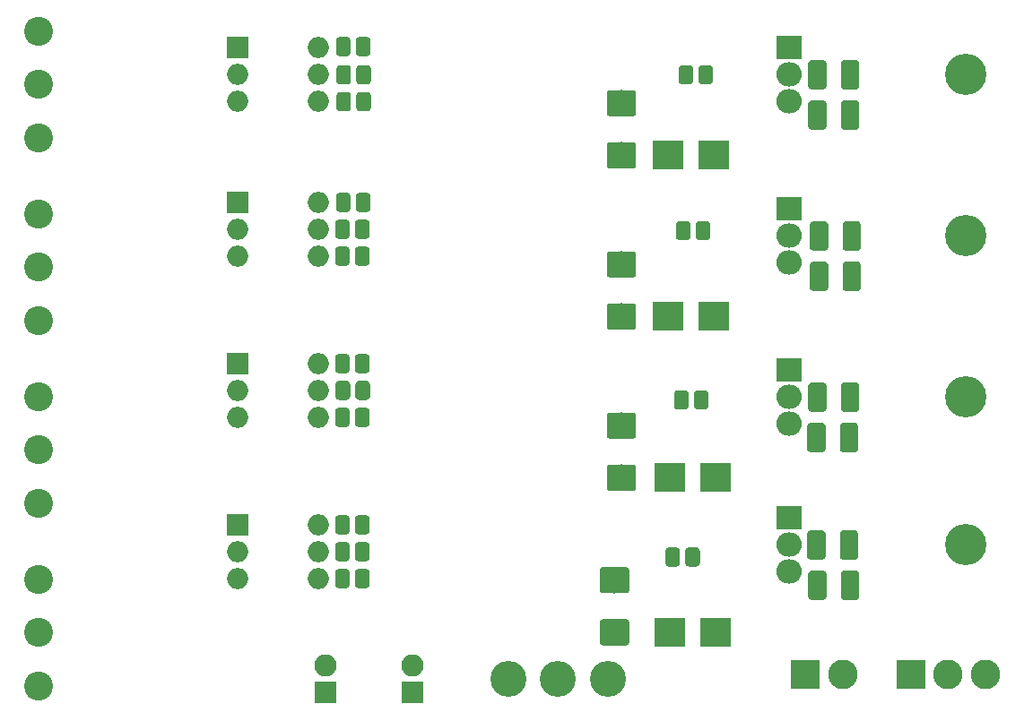
<source format=gbr>
%TF.GenerationSoftware,KiCad,Pcbnew,5.0.0*%
%TF.CreationDate,2018-09-24T19:40:09+02:00*%
%TF.ProjectId,TestDriverV1,5465737444726976657256312E6B6963,Rev 1*%
%TF.SameCoordinates,Original*%
%TF.FileFunction,Soldermask,Bot*%
%TF.FilePolarity,Negative*%
%FSLAX46Y46*%
G04 Gerber Fmt 4.6, Leading zero omitted, Abs format (unit mm)*
G04 Created by KiCad (PCBNEW 5.0.0) date Mon Sep 24 19:40:09 2018*
%MOMM*%
%LPD*%
G01*
G04 APERTURE LIST*
%ADD10R,2.800000X2.800000*%
%ADD11C,2.800000*%
%ADD12C,0.100000*%
%ADD13C,1.725000*%
%ADD14C,2.475000*%
%ADD15C,1.375000*%
%ADD16R,2.900000X2.700000*%
%ADD17R,2.100000X2.100000*%
%ADD18O,2.100000X2.100000*%
%ADD19C,2.740000*%
%ADD20R,2.000000X2.000000*%
%ADD21O,2.000000X2.000000*%
%ADD22C,3.397200*%
%ADD23O,2.400000X2.305000*%
%ADD24R,2.400000X2.305000*%
%ADD25O,3.900000X3.900000*%
G04 APERTURE END LIST*
D10*
X112014000Y-163386000D03*
D11*
X115514000Y-163386000D03*
D12*
G36*
X116774431Y-109116567D02*
X116806025Y-109121254D01*
X116837008Y-109129015D01*
X116867081Y-109139775D01*
X116895955Y-109153431D01*
X116923351Y-109169852D01*
X116949006Y-109188879D01*
X116972672Y-109210328D01*
X116994121Y-109233994D01*
X117013148Y-109259649D01*
X117029569Y-109287045D01*
X117043225Y-109315919D01*
X117053985Y-109345992D01*
X117061746Y-109376975D01*
X117066433Y-109408569D01*
X117068000Y-109440471D01*
X117068000Y-111539529D01*
X117066433Y-111571431D01*
X117061746Y-111603025D01*
X117053985Y-111634008D01*
X117043225Y-111664081D01*
X117029569Y-111692955D01*
X117013148Y-111720351D01*
X116994121Y-111746006D01*
X116972672Y-111769672D01*
X116949006Y-111791121D01*
X116923351Y-111810148D01*
X116895955Y-111826569D01*
X116867081Y-111840225D01*
X116837008Y-111850985D01*
X116806025Y-111858746D01*
X116774431Y-111863433D01*
X116742529Y-111865000D01*
X115668471Y-111865000D01*
X115636569Y-111863433D01*
X115604975Y-111858746D01*
X115573992Y-111850985D01*
X115543919Y-111840225D01*
X115515045Y-111826569D01*
X115487649Y-111810148D01*
X115461994Y-111791121D01*
X115438328Y-111769672D01*
X115416879Y-111746006D01*
X115397852Y-111720351D01*
X115381431Y-111692955D01*
X115367775Y-111664081D01*
X115357015Y-111634008D01*
X115349254Y-111603025D01*
X115344567Y-111571431D01*
X115343000Y-111539529D01*
X115343000Y-109440471D01*
X115344567Y-109408569D01*
X115349254Y-109376975D01*
X115357015Y-109345992D01*
X115367775Y-109315919D01*
X115381431Y-109287045D01*
X115397852Y-109259649D01*
X115416879Y-109233994D01*
X115438328Y-109210328D01*
X115461994Y-109188879D01*
X115487649Y-109169852D01*
X115515045Y-109153431D01*
X115543919Y-109139775D01*
X115573992Y-109129015D01*
X115604975Y-109121254D01*
X115636569Y-109116567D01*
X115668471Y-109115000D01*
X116742529Y-109115000D01*
X116774431Y-109116567D01*
X116774431Y-109116567D01*
G37*
D13*
X116205500Y-110490000D03*
D12*
G36*
X113699431Y-109116567D02*
X113731025Y-109121254D01*
X113762008Y-109129015D01*
X113792081Y-109139775D01*
X113820955Y-109153431D01*
X113848351Y-109169852D01*
X113874006Y-109188879D01*
X113897672Y-109210328D01*
X113919121Y-109233994D01*
X113938148Y-109259649D01*
X113954569Y-109287045D01*
X113968225Y-109315919D01*
X113978985Y-109345992D01*
X113986746Y-109376975D01*
X113991433Y-109408569D01*
X113993000Y-109440471D01*
X113993000Y-111539529D01*
X113991433Y-111571431D01*
X113986746Y-111603025D01*
X113978985Y-111634008D01*
X113968225Y-111664081D01*
X113954569Y-111692955D01*
X113938148Y-111720351D01*
X113919121Y-111746006D01*
X113897672Y-111769672D01*
X113874006Y-111791121D01*
X113848351Y-111810148D01*
X113820955Y-111826569D01*
X113792081Y-111840225D01*
X113762008Y-111850985D01*
X113731025Y-111858746D01*
X113699431Y-111863433D01*
X113667529Y-111865000D01*
X112593471Y-111865000D01*
X112561569Y-111863433D01*
X112529975Y-111858746D01*
X112498992Y-111850985D01*
X112468919Y-111840225D01*
X112440045Y-111826569D01*
X112412649Y-111810148D01*
X112386994Y-111791121D01*
X112363328Y-111769672D01*
X112341879Y-111746006D01*
X112322852Y-111720351D01*
X112306431Y-111692955D01*
X112292775Y-111664081D01*
X112282015Y-111634008D01*
X112274254Y-111603025D01*
X112269567Y-111571431D01*
X112268000Y-111539529D01*
X112268000Y-109440471D01*
X112269567Y-109408569D01*
X112274254Y-109376975D01*
X112282015Y-109345992D01*
X112292775Y-109315919D01*
X112306431Y-109287045D01*
X112322852Y-109259649D01*
X112341879Y-109233994D01*
X112363328Y-109210328D01*
X112386994Y-109188879D01*
X112412649Y-109169852D01*
X112440045Y-109153431D01*
X112468919Y-109139775D01*
X112498992Y-109129015D01*
X112529975Y-109121254D01*
X112561569Y-109116567D01*
X112593471Y-109115000D01*
X113667529Y-109115000D01*
X113699431Y-109116567D01*
X113699431Y-109116567D01*
G37*
D13*
X113130500Y-110490000D03*
D12*
G36*
X116928431Y-124356567D02*
X116960025Y-124361254D01*
X116991008Y-124369015D01*
X117021081Y-124379775D01*
X117049955Y-124393431D01*
X117077351Y-124409852D01*
X117103006Y-124428879D01*
X117126672Y-124450328D01*
X117148121Y-124473994D01*
X117167148Y-124499649D01*
X117183569Y-124527045D01*
X117197225Y-124555919D01*
X117207985Y-124585992D01*
X117215746Y-124616975D01*
X117220433Y-124648569D01*
X117222000Y-124680471D01*
X117222000Y-126779529D01*
X117220433Y-126811431D01*
X117215746Y-126843025D01*
X117207985Y-126874008D01*
X117197225Y-126904081D01*
X117183569Y-126932955D01*
X117167148Y-126960351D01*
X117148121Y-126986006D01*
X117126672Y-127009672D01*
X117103006Y-127031121D01*
X117077351Y-127050148D01*
X117049955Y-127066569D01*
X117021081Y-127080225D01*
X116991008Y-127090985D01*
X116960025Y-127098746D01*
X116928431Y-127103433D01*
X116896529Y-127105000D01*
X115822471Y-127105000D01*
X115790569Y-127103433D01*
X115758975Y-127098746D01*
X115727992Y-127090985D01*
X115697919Y-127080225D01*
X115669045Y-127066569D01*
X115641649Y-127050148D01*
X115615994Y-127031121D01*
X115592328Y-127009672D01*
X115570879Y-126986006D01*
X115551852Y-126960351D01*
X115535431Y-126932955D01*
X115521775Y-126904081D01*
X115511015Y-126874008D01*
X115503254Y-126843025D01*
X115498567Y-126811431D01*
X115497000Y-126779529D01*
X115497000Y-124680471D01*
X115498567Y-124648569D01*
X115503254Y-124616975D01*
X115511015Y-124585992D01*
X115521775Y-124555919D01*
X115535431Y-124527045D01*
X115551852Y-124499649D01*
X115570879Y-124473994D01*
X115592328Y-124450328D01*
X115615994Y-124428879D01*
X115641649Y-124409852D01*
X115669045Y-124393431D01*
X115697919Y-124379775D01*
X115727992Y-124369015D01*
X115758975Y-124361254D01*
X115790569Y-124356567D01*
X115822471Y-124355000D01*
X116896529Y-124355000D01*
X116928431Y-124356567D01*
X116928431Y-124356567D01*
G37*
D13*
X116359500Y-125730000D03*
D12*
G36*
X113853431Y-124356567D02*
X113885025Y-124361254D01*
X113916008Y-124369015D01*
X113946081Y-124379775D01*
X113974955Y-124393431D01*
X114002351Y-124409852D01*
X114028006Y-124428879D01*
X114051672Y-124450328D01*
X114073121Y-124473994D01*
X114092148Y-124499649D01*
X114108569Y-124527045D01*
X114122225Y-124555919D01*
X114132985Y-124585992D01*
X114140746Y-124616975D01*
X114145433Y-124648569D01*
X114147000Y-124680471D01*
X114147000Y-126779529D01*
X114145433Y-126811431D01*
X114140746Y-126843025D01*
X114132985Y-126874008D01*
X114122225Y-126904081D01*
X114108569Y-126932955D01*
X114092148Y-126960351D01*
X114073121Y-126986006D01*
X114051672Y-127009672D01*
X114028006Y-127031121D01*
X114002351Y-127050148D01*
X113974955Y-127066569D01*
X113946081Y-127080225D01*
X113916008Y-127090985D01*
X113885025Y-127098746D01*
X113853431Y-127103433D01*
X113821529Y-127105000D01*
X112747471Y-127105000D01*
X112715569Y-127103433D01*
X112683975Y-127098746D01*
X112652992Y-127090985D01*
X112622919Y-127080225D01*
X112594045Y-127066569D01*
X112566649Y-127050148D01*
X112540994Y-127031121D01*
X112517328Y-127009672D01*
X112495879Y-126986006D01*
X112476852Y-126960351D01*
X112460431Y-126932955D01*
X112446775Y-126904081D01*
X112436015Y-126874008D01*
X112428254Y-126843025D01*
X112423567Y-126811431D01*
X112422000Y-126779529D01*
X112422000Y-124680471D01*
X112423567Y-124648569D01*
X112428254Y-124616975D01*
X112436015Y-124585992D01*
X112446775Y-124555919D01*
X112460431Y-124527045D01*
X112476852Y-124499649D01*
X112495879Y-124473994D01*
X112517328Y-124450328D01*
X112540994Y-124428879D01*
X112566649Y-124409852D01*
X112594045Y-124393431D01*
X112622919Y-124379775D01*
X112652992Y-124369015D01*
X112683975Y-124361254D01*
X112715569Y-124356567D01*
X112747471Y-124355000D01*
X113821529Y-124355000D01*
X113853431Y-124356567D01*
X113853431Y-124356567D01*
G37*
D13*
X113284500Y-125730000D03*
D12*
G36*
X116674431Y-139596567D02*
X116706025Y-139601254D01*
X116737008Y-139609015D01*
X116767081Y-139619775D01*
X116795955Y-139633431D01*
X116823351Y-139649852D01*
X116849006Y-139668879D01*
X116872672Y-139690328D01*
X116894121Y-139713994D01*
X116913148Y-139739649D01*
X116929569Y-139767045D01*
X116943225Y-139795919D01*
X116953985Y-139825992D01*
X116961746Y-139856975D01*
X116966433Y-139888569D01*
X116968000Y-139920471D01*
X116968000Y-142019529D01*
X116966433Y-142051431D01*
X116961746Y-142083025D01*
X116953985Y-142114008D01*
X116943225Y-142144081D01*
X116929569Y-142172955D01*
X116913148Y-142200351D01*
X116894121Y-142226006D01*
X116872672Y-142249672D01*
X116849006Y-142271121D01*
X116823351Y-142290148D01*
X116795955Y-142306569D01*
X116767081Y-142320225D01*
X116737008Y-142330985D01*
X116706025Y-142338746D01*
X116674431Y-142343433D01*
X116642529Y-142345000D01*
X115568471Y-142345000D01*
X115536569Y-142343433D01*
X115504975Y-142338746D01*
X115473992Y-142330985D01*
X115443919Y-142320225D01*
X115415045Y-142306569D01*
X115387649Y-142290148D01*
X115361994Y-142271121D01*
X115338328Y-142249672D01*
X115316879Y-142226006D01*
X115297852Y-142200351D01*
X115281431Y-142172955D01*
X115267775Y-142144081D01*
X115257015Y-142114008D01*
X115249254Y-142083025D01*
X115244567Y-142051431D01*
X115243000Y-142019529D01*
X115243000Y-139920471D01*
X115244567Y-139888569D01*
X115249254Y-139856975D01*
X115257015Y-139825992D01*
X115267775Y-139795919D01*
X115281431Y-139767045D01*
X115297852Y-139739649D01*
X115316879Y-139713994D01*
X115338328Y-139690328D01*
X115361994Y-139668879D01*
X115387649Y-139649852D01*
X115415045Y-139633431D01*
X115443919Y-139619775D01*
X115473992Y-139609015D01*
X115504975Y-139601254D01*
X115536569Y-139596567D01*
X115568471Y-139595000D01*
X116642529Y-139595000D01*
X116674431Y-139596567D01*
X116674431Y-139596567D01*
G37*
D13*
X116105500Y-140970000D03*
D12*
G36*
X113599431Y-139596567D02*
X113631025Y-139601254D01*
X113662008Y-139609015D01*
X113692081Y-139619775D01*
X113720955Y-139633431D01*
X113748351Y-139649852D01*
X113774006Y-139668879D01*
X113797672Y-139690328D01*
X113819121Y-139713994D01*
X113838148Y-139739649D01*
X113854569Y-139767045D01*
X113868225Y-139795919D01*
X113878985Y-139825992D01*
X113886746Y-139856975D01*
X113891433Y-139888569D01*
X113893000Y-139920471D01*
X113893000Y-142019529D01*
X113891433Y-142051431D01*
X113886746Y-142083025D01*
X113878985Y-142114008D01*
X113868225Y-142144081D01*
X113854569Y-142172955D01*
X113838148Y-142200351D01*
X113819121Y-142226006D01*
X113797672Y-142249672D01*
X113774006Y-142271121D01*
X113748351Y-142290148D01*
X113720955Y-142306569D01*
X113692081Y-142320225D01*
X113662008Y-142330985D01*
X113631025Y-142338746D01*
X113599431Y-142343433D01*
X113567529Y-142345000D01*
X112493471Y-142345000D01*
X112461569Y-142343433D01*
X112429975Y-142338746D01*
X112398992Y-142330985D01*
X112368919Y-142320225D01*
X112340045Y-142306569D01*
X112312649Y-142290148D01*
X112286994Y-142271121D01*
X112263328Y-142249672D01*
X112241879Y-142226006D01*
X112222852Y-142200351D01*
X112206431Y-142172955D01*
X112192775Y-142144081D01*
X112182015Y-142114008D01*
X112174254Y-142083025D01*
X112169567Y-142051431D01*
X112168000Y-142019529D01*
X112168000Y-139920471D01*
X112169567Y-139888569D01*
X112174254Y-139856975D01*
X112182015Y-139825992D01*
X112192775Y-139795919D01*
X112206431Y-139767045D01*
X112222852Y-139739649D01*
X112241879Y-139713994D01*
X112263328Y-139690328D01*
X112286994Y-139668879D01*
X112312649Y-139649852D01*
X112340045Y-139633431D01*
X112368919Y-139619775D01*
X112398992Y-139609015D01*
X112429975Y-139601254D01*
X112461569Y-139596567D01*
X112493471Y-139595000D01*
X113567529Y-139595000D01*
X113599431Y-139596567D01*
X113599431Y-139596567D01*
G37*
D13*
X113030500Y-140970000D03*
D12*
G36*
X116774431Y-153566567D02*
X116806025Y-153571254D01*
X116837008Y-153579015D01*
X116867081Y-153589775D01*
X116895955Y-153603431D01*
X116923351Y-153619852D01*
X116949006Y-153638879D01*
X116972672Y-153660328D01*
X116994121Y-153683994D01*
X117013148Y-153709649D01*
X117029569Y-153737045D01*
X117043225Y-153765919D01*
X117053985Y-153795992D01*
X117061746Y-153826975D01*
X117066433Y-153858569D01*
X117068000Y-153890471D01*
X117068000Y-155989529D01*
X117066433Y-156021431D01*
X117061746Y-156053025D01*
X117053985Y-156084008D01*
X117043225Y-156114081D01*
X117029569Y-156142955D01*
X117013148Y-156170351D01*
X116994121Y-156196006D01*
X116972672Y-156219672D01*
X116949006Y-156241121D01*
X116923351Y-156260148D01*
X116895955Y-156276569D01*
X116867081Y-156290225D01*
X116837008Y-156300985D01*
X116806025Y-156308746D01*
X116774431Y-156313433D01*
X116742529Y-156315000D01*
X115668471Y-156315000D01*
X115636569Y-156313433D01*
X115604975Y-156308746D01*
X115573992Y-156300985D01*
X115543919Y-156290225D01*
X115515045Y-156276569D01*
X115487649Y-156260148D01*
X115461994Y-156241121D01*
X115438328Y-156219672D01*
X115416879Y-156196006D01*
X115397852Y-156170351D01*
X115381431Y-156142955D01*
X115367775Y-156114081D01*
X115357015Y-156084008D01*
X115349254Y-156053025D01*
X115344567Y-156021431D01*
X115343000Y-155989529D01*
X115343000Y-153890471D01*
X115344567Y-153858569D01*
X115349254Y-153826975D01*
X115357015Y-153795992D01*
X115367775Y-153765919D01*
X115381431Y-153737045D01*
X115397852Y-153709649D01*
X115416879Y-153683994D01*
X115438328Y-153660328D01*
X115461994Y-153638879D01*
X115487649Y-153619852D01*
X115515045Y-153603431D01*
X115543919Y-153589775D01*
X115573992Y-153579015D01*
X115604975Y-153571254D01*
X115636569Y-153566567D01*
X115668471Y-153565000D01*
X116742529Y-153565000D01*
X116774431Y-153566567D01*
X116774431Y-153566567D01*
G37*
D13*
X116205500Y-154940000D03*
D12*
G36*
X113699431Y-153566567D02*
X113731025Y-153571254D01*
X113762008Y-153579015D01*
X113792081Y-153589775D01*
X113820955Y-153603431D01*
X113848351Y-153619852D01*
X113874006Y-153638879D01*
X113897672Y-153660328D01*
X113919121Y-153683994D01*
X113938148Y-153709649D01*
X113954569Y-153737045D01*
X113968225Y-153765919D01*
X113978985Y-153795992D01*
X113986746Y-153826975D01*
X113991433Y-153858569D01*
X113993000Y-153890471D01*
X113993000Y-155989529D01*
X113991433Y-156021431D01*
X113986746Y-156053025D01*
X113978985Y-156084008D01*
X113968225Y-156114081D01*
X113954569Y-156142955D01*
X113938148Y-156170351D01*
X113919121Y-156196006D01*
X113897672Y-156219672D01*
X113874006Y-156241121D01*
X113848351Y-156260148D01*
X113820955Y-156276569D01*
X113792081Y-156290225D01*
X113762008Y-156300985D01*
X113731025Y-156308746D01*
X113699431Y-156313433D01*
X113667529Y-156315000D01*
X112593471Y-156315000D01*
X112561569Y-156313433D01*
X112529975Y-156308746D01*
X112498992Y-156300985D01*
X112468919Y-156290225D01*
X112440045Y-156276569D01*
X112412649Y-156260148D01*
X112386994Y-156241121D01*
X112363328Y-156219672D01*
X112341879Y-156196006D01*
X112322852Y-156170351D01*
X112306431Y-156142955D01*
X112292775Y-156114081D01*
X112282015Y-156084008D01*
X112274254Y-156053025D01*
X112269567Y-156021431D01*
X112268000Y-155989529D01*
X112268000Y-153890471D01*
X112269567Y-153858569D01*
X112274254Y-153826975D01*
X112282015Y-153795992D01*
X112292775Y-153765919D01*
X112306431Y-153737045D01*
X112322852Y-153709649D01*
X112341879Y-153683994D01*
X112363328Y-153660328D01*
X112386994Y-153638879D01*
X112412649Y-153619852D01*
X112440045Y-153603431D01*
X112468919Y-153589775D01*
X112498992Y-153579015D01*
X112529975Y-153571254D01*
X112561569Y-153566567D01*
X112593471Y-153565000D01*
X113667529Y-153565000D01*
X113699431Y-153566567D01*
X113699431Y-153566567D01*
G37*
D13*
X113130500Y-154940000D03*
D12*
G36*
X113699431Y-105306567D02*
X113731025Y-105311254D01*
X113762008Y-105319015D01*
X113792081Y-105329775D01*
X113820955Y-105343431D01*
X113848351Y-105359852D01*
X113874006Y-105378879D01*
X113897672Y-105400328D01*
X113919121Y-105423994D01*
X113938148Y-105449649D01*
X113954569Y-105477045D01*
X113968225Y-105505919D01*
X113978985Y-105535992D01*
X113986746Y-105566975D01*
X113991433Y-105598569D01*
X113993000Y-105630471D01*
X113993000Y-107729529D01*
X113991433Y-107761431D01*
X113986746Y-107793025D01*
X113978985Y-107824008D01*
X113968225Y-107854081D01*
X113954569Y-107882955D01*
X113938148Y-107910351D01*
X113919121Y-107936006D01*
X113897672Y-107959672D01*
X113874006Y-107981121D01*
X113848351Y-108000148D01*
X113820955Y-108016569D01*
X113792081Y-108030225D01*
X113762008Y-108040985D01*
X113731025Y-108048746D01*
X113699431Y-108053433D01*
X113667529Y-108055000D01*
X112593471Y-108055000D01*
X112561569Y-108053433D01*
X112529975Y-108048746D01*
X112498992Y-108040985D01*
X112468919Y-108030225D01*
X112440045Y-108016569D01*
X112412649Y-108000148D01*
X112386994Y-107981121D01*
X112363328Y-107959672D01*
X112341879Y-107936006D01*
X112322852Y-107910351D01*
X112306431Y-107882955D01*
X112292775Y-107854081D01*
X112282015Y-107824008D01*
X112274254Y-107793025D01*
X112269567Y-107761431D01*
X112268000Y-107729529D01*
X112268000Y-105630471D01*
X112269567Y-105598569D01*
X112274254Y-105566975D01*
X112282015Y-105535992D01*
X112292775Y-105505919D01*
X112306431Y-105477045D01*
X112322852Y-105449649D01*
X112341879Y-105423994D01*
X112363328Y-105400328D01*
X112386994Y-105378879D01*
X112412649Y-105359852D01*
X112440045Y-105343431D01*
X112468919Y-105329775D01*
X112498992Y-105319015D01*
X112529975Y-105311254D01*
X112561569Y-105306567D01*
X112593471Y-105305000D01*
X113667529Y-105305000D01*
X113699431Y-105306567D01*
X113699431Y-105306567D01*
G37*
D13*
X113130500Y-106680000D03*
D12*
G36*
X116774431Y-105306567D02*
X116806025Y-105311254D01*
X116837008Y-105319015D01*
X116867081Y-105329775D01*
X116895955Y-105343431D01*
X116923351Y-105359852D01*
X116949006Y-105378879D01*
X116972672Y-105400328D01*
X116994121Y-105423994D01*
X117013148Y-105449649D01*
X117029569Y-105477045D01*
X117043225Y-105505919D01*
X117053985Y-105535992D01*
X117061746Y-105566975D01*
X117066433Y-105598569D01*
X117068000Y-105630471D01*
X117068000Y-107729529D01*
X117066433Y-107761431D01*
X117061746Y-107793025D01*
X117053985Y-107824008D01*
X117043225Y-107854081D01*
X117029569Y-107882955D01*
X117013148Y-107910351D01*
X116994121Y-107936006D01*
X116972672Y-107959672D01*
X116949006Y-107981121D01*
X116923351Y-108000148D01*
X116895955Y-108016569D01*
X116867081Y-108030225D01*
X116837008Y-108040985D01*
X116806025Y-108048746D01*
X116774431Y-108053433D01*
X116742529Y-108055000D01*
X115668471Y-108055000D01*
X115636569Y-108053433D01*
X115604975Y-108048746D01*
X115573992Y-108040985D01*
X115543919Y-108030225D01*
X115515045Y-108016569D01*
X115487649Y-108000148D01*
X115461994Y-107981121D01*
X115438328Y-107959672D01*
X115416879Y-107936006D01*
X115397852Y-107910351D01*
X115381431Y-107882955D01*
X115367775Y-107854081D01*
X115357015Y-107824008D01*
X115349254Y-107793025D01*
X115344567Y-107761431D01*
X115343000Y-107729529D01*
X115343000Y-105630471D01*
X115344567Y-105598569D01*
X115349254Y-105566975D01*
X115357015Y-105535992D01*
X115367775Y-105505919D01*
X115381431Y-105477045D01*
X115397852Y-105449649D01*
X115416879Y-105423994D01*
X115438328Y-105400328D01*
X115461994Y-105378879D01*
X115487649Y-105359852D01*
X115515045Y-105343431D01*
X115543919Y-105329775D01*
X115573992Y-105319015D01*
X115604975Y-105311254D01*
X115636569Y-105306567D01*
X115668471Y-105305000D01*
X116742529Y-105305000D01*
X116774431Y-105306567D01*
X116774431Y-105306567D01*
G37*
D13*
X116205500Y-106680000D03*
D12*
G36*
X113853431Y-120546567D02*
X113885025Y-120551254D01*
X113916008Y-120559015D01*
X113946081Y-120569775D01*
X113974955Y-120583431D01*
X114002351Y-120599852D01*
X114028006Y-120618879D01*
X114051672Y-120640328D01*
X114073121Y-120663994D01*
X114092148Y-120689649D01*
X114108569Y-120717045D01*
X114122225Y-120745919D01*
X114132985Y-120775992D01*
X114140746Y-120806975D01*
X114145433Y-120838569D01*
X114147000Y-120870471D01*
X114147000Y-122969529D01*
X114145433Y-123001431D01*
X114140746Y-123033025D01*
X114132985Y-123064008D01*
X114122225Y-123094081D01*
X114108569Y-123122955D01*
X114092148Y-123150351D01*
X114073121Y-123176006D01*
X114051672Y-123199672D01*
X114028006Y-123221121D01*
X114002351Y-123240148D01*
X113974955Y-123256569D01*
X113946081Y-123270225D01*
X113916008Y-123280985D01*
X113885025Y-123288746D01*
X113853431Y-123293433D01*
X113821529Y-123295000D01*
X112747471Y-123295000D01*
X112715569Y-123293433D01*
X112683975Y-123288746D01*
X112652992Y-123280985D01*
X112622919Y-123270225D01*
X112594045Y-123256569D01*
X112566649Y-123240148D01*
X112540994Y-123221121D01*
X112517328Y-123199672D01*
X112495879Y-123176006D01*
X112476852Y-123150351D01*
X112460431Y-123122955D01*
X112446775Y-123094081D01*
X112436015Y-123064008D01*
X112428254Y-123033025D01*
X112423567Y-123001431D01*
X112422000Y-122969529D01*
X112422000Y-120870471D01*
X112423567Y-120838569D01*
X112428254Y-120806975D01*
X112436015Y-120775992D01*
X112446775Y-120745919D01*
X112460431Y-120717045D01*
X112476852Y-120689649D01*
X112495879Y-120663994D01*
X112517328Y-120640328D01*
X112540994Y-120618879D01*
X112566649Y-120599852D01*
X112594045Y-120583431D01*
X112622919Y-120569775D01*
X112652992Y-120559015D01*
X112683975Y-120551254D01*
X112715569Y-120546567D01*
X112747471Y-120545000D01*
X113821529Y-120545000D01*
X113853431Y-120546567D01*
X113853431Y-120546567D01*
G37*
D13*
X113284500Y-121920000D03*
D12*
G36*
X116928431Y-120546567D02*
X116960025Y-120551254D01*
X116991008Y-120559015D01*
X117021081Y-120569775D01*
X117049955Y-120583431D01*
X117077351Y-120599852D01*
X117103006Y-120618879D01*
X117126672Y-120640328D01*
X117148121Y-120663994D01*
X117167148Y-120689649D01*
X117183569Y-120717045D01*
X117197225Y-120745919D01*
X117207985Y-120775992D01*
X117215746Y-120806975D01*
X117220433Y-120838569D01*
X117222000Y-120870471D01*
X117222000Y-122969529D01*
X117220433Y-123001431D01*
X117215746Y-123033025D01*
X117207985Y-123064008D01*
X117197225Y-123094081D01*
X117183569Y-123122955D01*
X117167148Y-123150351D01*
X117148121Y-123176006D01*
X117126672Y-123199672D01*
X117103006Y-123221121D01*
X117077351Y-123240148D01*
X117049955Y-123256569D01*
X117021081Y-123270225D01*
X116991008Y-123280985D01*
X116960025Y-123288746D01*
X116928431Y-123293433D01*
X116896529Y-123295000D01*
X115822471Y-123295000D01*
X115790569Y-123293433D01*
X115758975Y-123288746D01*
X115727992Y-123280985D01*
X115697919Y-123270225D01*
X115669045Y-123256569D01*
X115641649Y-123240148D01*
X115615994Y-123221121D01*
X115592328Y-123199672D01*
X115570879Y-123176006D01*
X115551852Y-123150351D01*
X115535431Y-123122955D01*
X115521775Y-123094081D01*
X115511015Y-123064008D01*
X115503254Y-123033025D01*
X115498567Y-123001431D01*
X115497000Y-122969529D01*
X115497000Y-120870471D01*
X115498567Y-120838569D01*
X115503254Y-120806975D01*
X115511015Y-120775992D01*
X115521775Y-120745919D01*
X115535431Y-120717045D01*
X115551852Y-120689649D01*
X115570879Y-120663994D01*
X115592328Y-120640328D01*
X115615994Y-120618879D01*
X115641649Y-120599852D01*
X115669045Y-120583431D01*
X115697919Y-120569775D01*
X115727992Y-120559015D01*
X115758975Y-120551254D01*
X115790569Y-120546567D01*
X115822471Y-120545000D01*
X116896529Y-120545000D01*
X116928431Y-120546567D01*
X116928431Y-120546567D01*
G37*
D13*
X116359500Y-121920000D03*
D12*
G36*
X113699431Y-135786567D02*
X113731025Y-135791254D01*
X113762008Y-135799015D01*
X113792081Y-135809775D01*
X113820955Y-135823431D01*
X113848351Y-135839852D01*
X113874006Y-135858879D01*
X113897672Y-135880328D01*
X113919121Y-135903994D01*
X113938148Y-135929649D01*
X113954569Y-135957045D01*
X113968225Y-135985919D01*
X113978985Y-136015992D01*
X113986746Y-136046975D01*
X113991433Y-136078569D01*
X113993000Y-136110471D01*
X113993000Y-138209529D01*
X113991433Y-138241431D01*
X113986746Y-138273025D01*
X113978985Y-138304008D01*
X113968225Y-138334081D01*
X113954569Y-138362955D01*
X113938148Y-138390351D01*
X113919121Y-138416006D01*
X113897672Y-138439672D01*
X113874006Y-138461121D01*
X113848351Y-138480148D01*
X113820955Y-138496569D01*
X113792081Y-138510225D01*
X113762008Y-138520985D01*
X113731025Y-138528746D01*
X113699431Y-138533433D01*
X113667529Y-138535000D01*
X112593471Y-138535000D01*
X112561569Y-138533433D01*
X112529975Y-138528746D01*
X112498992Y-138520985D01*
X112468919Y-138510225D01*
X112440045Y-138496569D01*
X112412649Y-138480148D01*
X112386994Y-138461121D01*
X112363328Y-138439672D01*
X112341879Y-138416006D01*
X112322852Y-138390351D01*
X112306431Y-138362955D01*
X112292775Y-138334081D01*
X112282015Y-138304008D01*
X112274254Y-138273025D01*
X112269567Y-138241431D01*
X112268000Y-138209529D01*
X112268000Y-136110471D01*
X112269567Y-136078569D01*
X112274254Y-136046975D01*
X112282015Y-136015992D01*
X112292775Y-135985919D01*
X112306431Y-135957045D01*
X112322852Y-135929649D01*
X112341879Y-135903994D01*
X112363328Y-135880328D01*
X112386994Y-135858879D01*
X112412649Y-135839852D01*
X112440045Y-135823431D01*
X112468919Y-135809775D01*
X112498992Y-135799015D01*
X112529975Y-135791254D01*
X112561569Y-135786567D01*
X112593471Y-135785000D01*
X113667529Y-135785000D01*
X113699431Y-135786567D01*
X113699431Y-135786567D01*
G37*
D13*
X113130500Y-137160000D03*
D12*
G36*
X116774431Y-135786567D02*
X116806025Y-135791254D01*
X116837008Y-135799015D01*
X116867081Y-135809775D01*
X116895955Y-135823431D01*
X116923351Y-135839852D01*
X116949006Y-135858879D01*
X116972672Y-135880328D01*
X116994121Y-135903994D01*
X117013148Y-135929649D01*
X117029569Y-135957045D01*
X117043225Y-135985919D01*
X117053985Y-136015992D01*
X117061746Y-136046975D01*
X117066433Y-136078569D01*
X117068000Y-136110471D01*
X117068000Y-138209529D01*
X117066433Y-138241431D01*
X117061746Y-138273025D01*
X117053985Y-138304008D01*
X117043225Y-138334081D01*
X117029569Y-138362955D01*
X117013148Y-138390351D01*
X116994121Y-138416006D01*
X116972672Y-138439672D01*
X116949006Y-138461121D01*
X116923351Y-138480148D01*
X116895955Y-138496569D01*
X116867081Y-138510225D01*
X116837008Y-138520985D01*
X116806025Y-138528746D01*
X116774431Y-138533433D01*
X116742529Y-138535000D01*
X115668471Y-138535000D01*
X115636569Y-138533433D01*
X115604975Y-138528746D01*
X115573992Y-138520985D01*
X115543919Y-138510225D01*
X115515045Y-138496569D01*
X115487649Y-138480148D01*
X115461994Y-138461121D01*
X115438328Y-138439672D01*
X115416879Y-138416006D01*
X115397852Y-138390351D01*
X115381431Y-138362955D01*
X115367775Y-138334081D01*
X115357015Y-138304008D01*
X115349254Y-138273025D01*
X115344567Y-138241431D01*
X115343000Y-138209529D01*
X115343000Y-136110471D01*
X115344567Y-136078569D01*
X115349254Y-136046975D01*
X115357015Y-136015992D01*
X115367775Y-135985919D01*
X115381431Y-135957045D01*
X115397852Y-135929649D01*
X115416879Y-135903994D01*
X115438328Y-135880328D01*
X115461994Y-135858879D01*
X115487649Y-135839852D01*
X115515045Y-135823431D01*
X115543919Y-135809775D01*
X115573992Y-135799015D01*
X115604975Y-135791254D01*
X115636569Y-135786567D01*
X115668471Y-135785000D01*
X116742529Y-135785000D01*
X116774431Y-135786567D01*
X116774431Y-135786567D01*
G37*
D13*
X116205500Y-137160000D03*
D12*
G36*
X113599431Y-149756567D02*
X113631025Y-149761254D01*
X113662008Y-149769015D01*
X113692081Y-149779775D01*
X113720955Y-149793431D01*
X113748351Y-149809852D01*
X113774006Y-149828879D01*
X113797672Y-149850328D01*
X113819121Y-149873994D01*
X113838148Y-149899649D01*
X113854569Y-149927045D01*
X113868225Y-149955919D01*
X113878985Y-149985992D01*
X113886746Y-150016975D01*
X113891433Y-150048569D01*
X113893000Y-150080471D01*
X113893000Y-152179529D01*
X113891433Y-152211431D01*
X113886746Y-152243025D01*
X113878985Y-152274008D01*
X113868225Y-152304081D01*
X113854569Y-152332955D01*
X113838148Y-152360351D01*
X113819121Y-152386006D01*
X113797672Y-152409672D01*
X113774006Y-152431121D01*
X113748351Y-152450148D01*
X113720955Y-152466569D01*
X113692081Y-152480225D01*
X113662008Y-152490985D01*
X113631025Y-152498746D01*
X113599431Y-152503433D01*
X113567529Y-152505000D01*
X112493471Y-152505000D01*
X112461569Y-152503433D01*
X112429975Y-152498746D01*
X112398992Y-152490985D01*
X112368919Y-152480225D01*
X112340045Y-152466569D01*
X112312649Y-152450148D01*
X112286994Y-152431121D01*
X112263328Y-152409672D01*
X112241879Y-152386006D01*
X112222852Y-152360351D01*
X112206431Y-152332955D01*
X112192775Y-152304081D01*
X112182015Y-152274008D01*
X112174254Y-152243025D01*
X112169567Y-152211431D01*
X112168000Y-152179529D01*
X112168000Y-150080471D01*
X112169567Y-150048569D01*
X112174254Y-150016975D01*
X112182015Y-149985992D01*
X112192775Y-149955919D01*
X112206431Y-149927045D01*
X112222852Y-149899649D01*
X112241879Y-149873994D01*
X112263328Y-149850328D01*
X112286994Y-149828879D01*
X112312649Y-149809852D01*
X112340045Y-149793431D01*
X112368919Y-149779775D01*
X112398992Y-149769015D01*
X112429975Y-149761254D01*
X112461569Y-149756567D01*
X112493471Y-149755000D01*
X113567529Y-149755000D01*
X113599431Y-149756567D01*
X113599431Y-149756567D01*
G37*
D13*
X113030500Y-151130000D03*
D12*
G36*
X116674431Y-149756567D02*
X116706025Y-149761254D01*
X116737008Y-149769015D01*
X116767081Y-149779775D01*
X116795955Y-149793431D01*
X116823351Y-149809852D01*
X116849006Y-149828879D01*
X116872672Y-149850328D01*
X116894121Y-149873994D01*
X116913148Y-149899649D01*
X116929569Y-149927045D01*
X116943225Y-149955919D01*
X116953985Y-149985992D01*
X116961746Y-150016975D01*
X116966433Y-150048569D01*
X116968000Y-150080471D01*
X116968000Y-152179529D01*
X116966433Y-152211431D01*
X116961746Y-152243025D01*
X116953985Y-152274008D01*
X116943225Y-152304081D01*
X116929569Y-152332955D01*
X116913148Y-152360351D01*
X116894121Y-152386006D01*
X116872672Y-152409672D01*
X116849006Y-152431121D01*
X116823351Y-152450148D01*
X116795955Y-152466569D01*
X116767081Y-152480225D01*
X116737008Y-152490985D01*
X116706025Y-152498746D01*
X116674431Y-152503433D01*
X116642529Y-152505000D01*
X115568471Y-152505000D01*
X115536569Y-152503433D01*
X115504975Y-152498746D01*
X115473992Y-152490985D01*
X115443919Y-152480225D01*
X115415045Y-152466569D01*
X115387649Y-152450148D01*
X115361994Y-152431121D01*
X115338328Y-152409672D01*
X115316879Y-152386006D01*
X115297852Y-152360351D01*
X115281431Y-152332955D01*
X115267775Y-152304081D01*
X115257015Y-152274008D01*
X115249254Y-152243025D01*
X115244567Y-152211431D01*
X115243000Y-152179529D01*
X115243000Y-150080471D01*
X115244567Y-150048569D01*
X115249254Y-150016975D01*
X115257015Y-149985992D01*
X115267775Y-149955919D01*
X115281431Y-149927045D01*
X115297852Y-149899649D01*
X115316879Y-149873994D01*
X115338328Y-149850328D01*
X115361994Y-149828879D01*
X115387649Y-149809852D01*
X115415045Y-149793431D01*
X115443919Y-149779775D01*
X115473992Y-149769015D01*
X115504975Y-149761254D01*
X115536569Y-149756567D01*
X115568471Y-149755000D01*
X116642529Y-149755000D01*
X116674431Y-149756567D01*
X116674431Y-149756567D01*
G37*
D13*
X116105500Y-151130000D03*
D12*
G36*
X95721036Y-108139436D02*
X95749982Y-108143730D01*
X95778369Y-108150840D01*
X95805921Y-108160699D01*
X95832375Y-108173210D01*
X95857475Y-108188254D01*
X95880979Y-108205686D01*
X95902662Y-108225338D01*
X95922314Y-108247021D01*
X95939746Y-108270525D01*
X95954790Y-108295625D01*
X95967301Y-108322079D01*
X95977160Y-108349631D01*
X95984270Y-108378018D01*
X95988564Y-108406964D01*
X95990000Y-108436192D01*
X95990000Y-110314808D01*
X95988564Y-110344036D01*
X95984270Y-110372982D01*
X95977160Y-110401369D01*
X95967301Y-110428921D01*
X95954790Y-110455375D01*
X95939746Y-110480475D01*
X95922314Y-110503979D01*
X95902662Y-110525662D01*
X95880979Y-110545314D01*
X95857475Y-110562746D01*
X95832375Y-110577790D01*
X95805921Y-110590301D01*
X95778369Y-110600160D01*
X95749982Y-110607270D01*
X95721036Y-110611564D01*
X95691808Y-110613000D01*
X93538192Y-110613000D01*
X93508964Y-110611564D01*
X93480018Y-110607270D01*
X93451631Y-110600160D01*
X93424079Y-110590301D01*
X93397625Y-110577790D01*
X93372525Y-110562746D01*
X93349021Y-110545314D01*
X93327338Y-110525662D01*
X93307686Y-110503979D01*
X93290254Y-110480475D01*
X93275210Y-110455375D01*
X93262699Y-110428921D01*
X93252840Y-110401369D01*
X93245730Y-110372982D01*
X93241436Y-110344036D01*
X93240000Y-110314808D01*
X93240000Y-108436192D01*
X93241436Y-108406964D01*
X93245730Y-108378018D01*
X93252840Y-108349631D01*
X93262699Y-108322079D01*
X93275210Y-108295625D01*
X93290254Y-108270525D01*
X93307686Y-108247021D01*
X93327338Y-108225338D01*
X93349021Y-108205686D01*
X93372525Y-108188254D01*
X93397625Y-108173210D01*
X93424079Y-108160699D01*
X93451631Y-108150840D01*
X93480018Y-108143730D01*
X93508964Y-108139436D01*
X93538192Y-108138000D01*
X95691808Y-108138000D01*
X95721036Y-108139436D01*
X95721036Y-108139436D01*
G37*
D14*
X94615000Y-109375500D03*
D12*
G36*
X95721036Y-113064436D02*
X95749982Y-113068730D01*
X95778369Y-113075840D01*
X95805921Y-113085699D01*
X95832375Y-113098210D01*
X95857475Y-113113254D01*
X95880979Y-113130686D01*
X95902662Y-113150338D01*
X95922314Y-113172021D01*
X95939746Y-113195525D01*
X95954790Y-113220625D01*
X95967301Y-113247079D01*
X95977160Y-113274631D01*
X95984270Y-113303018D01*
X95988564Y-113331964D01*
X95990000Y-113361192D01*
X95990000Y-115239808D01*
X95988564Y-115269036D01*
X95984270Y-115297982D01*
X95977160Y-115326369D01*
X95967301Y-115353921D01*
X95954790Y-115380375D01*
X95939746Y-115405475D01*
X95922314Y-115428979D01*
X95902662Y-115450662D01*
X95880979Y-115470314D01*
X95857475Y-115487746D01*
X95832375Y-115502790D01*
X95805921Y-115515301D01*
X95778369Y-115525160D01*
X95749982Y-115532270D01*
X95721036Y-115536564D01*
X95691808Y-115538000D01*
X93538192Y-115538000D01*
X93508964Y-115536564D01*
X93480018Y-115532270D01*
X93451631Y-115525160D01*
X93424079Y-115515301D01*
X93397625Y-115502790D01*
X93372525Y-115487746D01*
X93349021Y-115470314D01*
X93327338Y-115450662D01*
X93307686Y-115428979D01*
X93290254Y-115405475D01*
X93275210Y-115380375D01*
X93262699Y-115353921D01*
X93252840Y-115326369D01*
X93245730Y-115297982D01*
X93241436Y-115269036D01*
X93240000Y-115239808D01*
X93240000Y-113361192D01*
X93241436Y-113331964D01*
X93245730Y-113303018D01*
X93252840Y-113274631D01*
X93262699Y-113247079D01*
X93275210Y-113220625D01*
X93290254Y-113195525D01*
X93307686Y-113172021D01*
X93327338Y-113150338D01*
X93349021Y-113130686D01*
X93372525Y-113113254D01*
X93397625Y-113098210D01*
X93424079Y-113085699D01*
X93451631Y-113075840D01*
X93480018Y-113068730D01*
X93508964Y-113064436D01*
X93538192Y-113063000D01*
X95691808Y-113063000D01*
X95721036Y-113064436D01*
X95721036Y-113064436D01*
G37*
D14*
X94615000Y-114300500D03*
D12*
G36*
X95721036Y-128304436D02*
X95749982Y-128308730D01*
X95778369Y-128315840D01*
X95805921Y-128325699D01*
X95832375Y-128338210D01*
X95857475Y-128353254D01*
X95880979Y-128370686D01*
X95902662Y-128390338D01*
X95922314Y-128412021D01*
X95939746Y-128435525D01*
X95954790Y-128460625D01*
X95967301Y-128487079D01*
X95977160Y-128514631D01*
X95984270Y-128543018D01*
X95988564Y-128571964D01*
X95990000Y-128601192D01*
X95990000Y-130479808D01*
X95988564Y-130509036D01*
X95984270Y-130537982D01*
X95977160Y-130566369D01*
X95967301Y-130593921D01*
X95954790Y-130620375D01*
X95939746Y-130645475D01*
X95922314Y-130668979D01*
X95902662Y-130690662D01*
X95880979Y-130710314D01*
X95857475Y-130727746D01*
X95832375Y-130742790D01*
X95805921Y-130755301D01*
X95778369Y-130765160D01*
X95749982Y-130772270D01*
X95721036Y-130776564D01*
X95691808Y-130778000D01*
X93538192Y-130778000D01*
X93508964Y-130776564D01*
X93480018Y-130772270D01*
X93451631Y-130765160D01*
X93424079Y-130755301D01*
X93397625Y-130742790D01*
X93372525Y-130727746D01*
X93349021Y-130710314D01*
X93327338Y-130690662D01*
X93307686Y-130668979D01*
X93290254Y-130645475D01*
X93275210Y-130620375D01*
X93262699Y-130593921D01*
X93252840Y-130566369D01*
X93245730Y-130537982D01*
X93241436Y-130509036D01*
X93240000Y-130479808D01*
X93240000Y-128601192D01*
X93241436Y-128571964D01*
X93245730Y-128543018D01*
X93252840Y-128514631D01*
X93262699Y-128487079D01*
X93275210Y-128460625D01*
X93290254Y-128435525D01*
X93307686Y-128412021D01*
X93327338Y-128390338D01*
X93349021Y-128370686D01*
X93372525Y-128353254D01*
X93397625Y-128338210D01*
X93424079Y-128325699D01*
X93451631Y-128315840D01*
X93480018Y-128308730D01*
X93508964Y-128304436D01*
X93538192Y-128303000D01*
X95691808Y-128303000D01*
X95721036Y-128304436D01*
X95721036Y-128304436D01*
G37*
D14*
X94615000Y-129540500D03*
D12*
G36*
X95721036Y-123379436D02*
X95749982Y-123383730D01*
X95778369Y-123390840D01*
X95805921Y-123400699D01*
X95832375Y-123413210D01*
X95857475Y-123428254D01*
X95880979Y-123445686D01*
X95902662Y-123465338D01*
X95922314Y-123487021D01*
X95939746Y-123510525D01*
X95954790Y-123535625D01*
X95967301Y-123562079D01*
X95977160Y-123589631D01*
X95984270Y-123618018D01*
X95988564Y-123646964D01*
X95990000Y-123676192D01*
X95990000Y-125554808D01*
X95988564Y-125584036D01*
X95984270Y-125612982D01*
X95977160Y-125641369D01*
X95967301Y-125668921D01*
X95954790Y-125695375D01*
X95939746Y-125720475D01*
X95922314Y-125743979D01*
X95902662Y-125765662D01*
X95880979Y-125785314D01*
X95857475Y-125802746D01*
X95832375Y-125817790D01*
X95805921Y-125830301D01*
X95778369Y-125840160D01*
X95749982Y-125847270D01*
X95721036Y-125851564D01*
X95691808Y-125853000D01*
X93538192Y-125853000D01*
X93508964Y-125851564D01*
X93480018Y-125847270D01*
X93451631Y-125840160D01*
X93424079Y-125830301D01*
X93397625Y-125817790D01*
X93372525Y-125802746D01*
X93349021Y-125785314D01*
X93327338Y-125765662D01*
X93307686Y-125743979D01*
X93290254Y-125720475D01*
X93275210Y-125695375D01*
X93262699Y-125668921D01*
X93252840Y-125641369D01*
X93245730Y-125612982D01*
X93241436Y-125584036D01*
X93240000Y-125554808D01*
X93240000Y-123676192D01*
X93241436Y-123646964D01*
X93245730Y-123618018D01*
X93252840Y-123589631D01*
X93262699Y-123562079D01*
X93275210Y-123535625D01*
X93290254Y-123510525D01*
X93307686Y-123487021D01*
X93327338Y-123465338D01*
X93349021Y-123445686D01*
X93372525Y-123428254D01*
X93397625Y-123413210D01*
X93424079Y-123400699D01*
X93451631Y-123390840D01*
X93480018Y-123383730D01*
X93508964Y-123379436D01*
X93538192Y-123378000D01*
X95691808Y-123378000D01*
X95721036Y-123379436D01*
X95721036Y-123379436D01*
G37*
D14*
X94615000Y-124615500D03*
D12*
G36*
X95721036Y-143544436D02*
X95749982Y-143548730D01*
X95778369Y-143555840D01*
X95805921Y-143565699D01*
X95832375Y-143578210D01*
X95857475Y-143593254D01*
X95880979Y-143610686D01*
X95902662Y-143630338D01*
X95922314Y-143652021D01*
X95939746Y-143675525D01*
X95954790Y-143700625D01*
X95967301Y-143727079D01*
X95977160Y-143754631D01*
X95984270Y-143783018D01*
X95988564Y-143811964D01*
X95990000Y-143841192D01*
X95990000Y-145719808D01*
X95988564Y-145749036D01*
X95984270Y-145777982D01*
X95977160Y-145806369D01*
X95967301Y-145833921D01*
X95954790Y-145860375D01*
X95939746Y-145885475D01*
X95922314Y-145908979D01*
X95902662Y-145930662D01*
X95880979Y-145950314D01*
X95857475Y-145967746D01*
X95832375Y-145982790D01*
X95805921Y-145995301D01*
X95778369Y-146005160D01*
X95749982Y-146012270D01*
X95721036Y-146016564D01*
X95691808Y-146018000D01*
X93538192Y-146018000D01*
X93508964Y-146016564D01*
X93480018Y-146012270D01*
X93451631Y-146005160D01*
X93424079Y-145995301D01*
X93397625Y-145982790D01*
X93372525Y-145967746D01*
X93349021Y-145950314D01*
X93327338Y-145930662D01*
X93307686Y-145908979D01*
X93290254Y-145885475D01*
X93275210Y-145860375D01*
X93262699Y-145833921D01*
X93252840Y-145806369D01*
X93245730Y-145777982D01*
X93241436Y-145749036D01*
X93240000Y-145719808D01*
X93240000Y-143841192D01*
X93241436Y-143811964D01*
X93245730Y-143783018D01*
X93252840Y-143754631D01*
X93262699Y-143727079D01*
X93275210Y-143700625D01*
X93290254Y-143675525D01*
X93307686Y-143652021D01*
X93327338Y-143630338D01*
X93349021Y-143610686D01*
X93372525Y-143593254D01*
X93397625Y-143578210D01*
X93424079Y-143565699D01*
X93451631Y-143555840D01*
X93480018Y-143548730D01*
X93508964Y-143544436D01*
X93538192Y-143543000D01*
X95691808Y-143543000D01*
X95721036Y-143544436D01*
X95721036Y-143544436D01*
G37*
D14*
X94615000Y-144780500D03*
D12*
G36*
X95721036Y-138619436D02*
X95749982Y-138623730D01*
X95778369Y-138630840D01*
X95805921Y-138640699D01*
X95832375Y-138653210D01*
X95857475Y-138668254D01*
X95880979Y-138685686D01*
X95902662Y-138705338D01*
X95922314Y-138727021D01*
X95939746Y-138750525D01*
X95954790Y-138775625D01*
X95967301Y-138802079D01*
X95977160Y-138829631D01*
X95984270Y-138858018D01*
X95988564Y-138886964D01*
X95990000Y-138916192D01*
X95990000Y-140794808D01*
X95988564Y-140824036D01*
X95984270Y-140852982D01*
X95977160Y-140881369D01*
X95967301Y-140908921D01*
X95954790Y-140935375D01*
X95939746Y-140960475D01*
X95922314Y-140983979D01*
X95902662Y-141005662D01*
X95880979Y-141025314D01*
X95857475Y-141042746D01*
X95832375Y-141057790D01*
X95805921Y-141070301D01*
X95778369Y-141080160D01*
X95749982Y-141087270D01*
X95721036Y-141091564D01*
X95691808Y-141093000D01*
X93538192Y-141093000D01*
X93508964Y-141091564D01*
X93480018Y-141087270D01*
X93451631Y-141080160D01*
X93424079Y-141070301D01*
X93397625Y-141057790D01*
X93372525Y-141042746D01*
X93349021Y-141025314D01*
X93327338Y-141005662D01*
X93307686Y-140983979D01*
X93290254Y-140960475D01*
X93275210Y-140935375D01*
X93262699Y-140908921D01*
X93252840Y-140881369D01*
X93245730Y-140852982D01*
X93241436Y-140824036D01*
X93240000Y-140794808D01*
X93240000Y-138916192D01*
X93241436Y-138886964D01*
X93245730Y-138858018D01*
X93252840Y-138829631D01*
X93262699Y-138802079D01*
X93275210Y-138775625D01*
X93290254Y-138750525D01*
X93307686Y-138727021D01*
X93327338Y-138705338D01*
X93349021Y-138685686D01*
X93372525Y-138668254D01*
X93397625Y-138653210D01*
X93424079Y-138640699D01*
X93451631Y-138630840D01*
X93480018Y-138623730D01*
X93508964Y-138619436D01*
X93538192Y-138618000D01*
X95691808Y-138618000D01*
X95721036Y-138619436D01*
X95721036Y-138619436D01*
G37*
D14*
X94615000Y-139855500D03*
D12*
G36*
X95086036Y-153223436D02*
X95114982Y-153227730D01*
X95143369Y-153234840D01*
X95170921Y-153244699D01*
X95197375Y-153257210D01*
X95222475Y-153272254D01*
X95245979Y-153289686D01*
X95267662Y-153309338D01*
X95287314Y-153331021D01*
X95304746Y-153354525D01*
X95319790Y-153379625D01*
X95332301Y-153406079D01*
X95342160Y-153433631D01*
X95349270Y-153462018D01*
X95353564Y-153490964D01*
X95355000Y-153520192D01*
X95355000Y-155398808D01*
X95353564Y-155428036D01*
X95349270Y-155456982D01*
X95342160Y-155485369D01*
X95332301Y-155512921D01*
X95319790Y-155539375D01*
X95304746Y-155564475D01*
X95287314Y-155587979D01*
X95267662Y-155609662D01*
X95245979Y-155629314D01*
X95222475Y-155646746D01*
X95197375Y-155661790D01*
X95170921Y-155674301D01*
X95143369Y-155684160D01*
X95114982Y-155691270D01*
X95086036Y-155695564D01*
X95056808Y-155697000D01*
X92903192Y-155697000D01*
X92873964Y-155695564D01*
X92845018Y-155691270D01*
X92816631Y-155684160D01*
X92789079Y-155674301D01*
X92762625Y-155661790D01*
X92737525Y-155646746D01*
X92714021Y-155629314D01*
X92692338Y-155609662D01*
X92672686Y-155587979D01*
X92655254Y-155564475D01*
X92640210Y-155539375D01*
X92627699Y-155512921D01*
X92617840Y-155485369D01*
X92610730Y-155456982D01*
X92606436Y-155428036D01*
X92605000Y-155398808D01*
X92605000Y-153520192D01*
X92606436Y-153490964D01*
X92610730Y-153462018D01*
X92617840Y-153433631D01*
X92627699Y-153406079D01*
X92640210Y-153379625D01*
X92655254Y-153354525D01*
X92672686Y-153331021D01*
X92692338Y-153309338D01*
X92714021Y-153289686D01*
X92737525Y-153272254D01*
X92762625Y-153257210D01*
X92789079Y-153244699D01*
X92816631Y-153234840D01*
X92845018Y-153227730D01*
X92873964Y-153223436D01*
X92903192Y-153222000D01*
X95056808Y-153222000D01*
X95086036Y-153223436D01*
X95086036Y-153223436D01*
G37*
D14*
X93980000Y-154459500D03*
D12*
G36*
X95086036Y-158148436D02*
X95114982Y-158152730D01*
X95143369Y-158159840D01*
X95170921Y-158169699D01*
X95197375Y-158182210D01*
X95222475Y-158197254D01*
X95245979Y-158214686D01*
X95267662Y-158234338D01*
X95287314Y-158256021D01*
X95304746Y-158279525D01*
X95319790Y-158304625D01*
X95332301Y-158331079D01*
X95342160Y-158358631D01*
X95349270Y-158387018D01*
X95353564Y-158415964D01*
X95355000Y-158445192D01*
X95355000Y-160323808D01*
X95353564Y-160353036D01*
X95349270Y-160381982D01*
X95342160Y-160410369D01*
X95332301Y-160437921D01*
X95319790Y-160464375D01*
X95304746Y-160489475D01*
X95287314Y-160512979D01*
X95267662Y-160534662D01*
X95245979Y-160554314D01*
X95222475Y-160571746D01*
X95197375Y-160586790D01*
X95170921Y-160599301D01*
X95143369Y-160609160D01*
X95114982Y-160616270D01*
X95086036Y-160620564D01*
X95056808Y-160622000D01*
X92903192Y-160622000D01*
X92873964Y-160620564D01*
X92845018Y-160616270D01*
X92816631Y-160609160D01*
X92789079Y-160599301D01*
X92762625Y-160586790D01*
X92737525Y-160571746D01*
X92714021Y-160554314D01*
X92692338Y-160534662D01*
X92672686Y-160512979D01*
X92655254Y-160489475D01*
X92640210Y-160464375D01*
X92627699Y-160437921D01*
X92617840Y-160410369D01*
X92610730Y-160381982D01*
X92606436Y-160353036D01*
X92605000Y-160323808D01*
X92605000Y-158445192D01*
X92606436Y-158415964D01*
X92610730Y-158387018D01*
X92617840Y-158358631D01*
X92627699Y-158331079D01*
X92640210Y-158304625D01*
X92655254Y-158279525D01*
X92672686Y-158256021D01*
X92692338Y-158234338D01*
X92714021Y-158214686D01*
X92737525Y-158197254D01*
X92762625Y-158182210D01*
X92789079Y-158169699D01*
X92816631Y-158159840D01*
X92845018Y-158152730D01*
X92873964Y-158148436D01*
X92903192Y-158147000D01*
X95056808Y-158147000D01*
X95086036Y-158148436D01*
X95086036Y-158148436D01*
G37*
D14*
X93980000Y-159384500D03*
D12*
G36*
X101087943Y-105781655D02*
X101121312Y-105786605D01*
X101154035Y-105794802D01*
X101185797Y-105806166D01*
X101216293Y-105820590D01*
X101245227Y-105837932D01*
X101272323Y-105858028D01*
X101297318Y-105880682D01*
X101319972Y-105905677D01*
X101340068Y-105932773D01*
X101357410Y-105961707D01*
X101371834Y-105992203D01*
X101383198Y-106023965D01*
X101391395Y-106056688D01*
X101396345Y-106090057D01*
X101398000Y-106123750D01*
X101398000Y-107236250D01*
X101396345Y-107269943D01*
X101391395Y-107303312D01*
X101383198Y-107336035D01*
X101371834Y-107367797D01*
X101357410Y-107398293D01*
X101340068Y-107427227D01*
X101319972Y-107454323D01*
X101297318Y-107479318D01*
X101272323Y-107501972D01*
X101245227Y-107522068D01*
X101216293Y-107539410D01*
X101185797Y-107553834D01*
X101154035Y-107565198D01*
X101121312Y-107573395D01*
X101087943Y-107578345D01*
X101054250Y-107580000D01*
X100366750Y-107580000D01*
X100333057Y-107578345D01*
X100299688Y-107573395D01*
X100266965Y-107565198D01*
X100235203Y-107553834D01*
X100204707Y-107539410D01*
X100175773Y-107522068D01*
X100148677Y-107501972D01*
X100123682Y-107479318D01*
X100101028Y-107454323D01*
X100080932Y-107427227D01*
X100063590Y-107398293D01*
X100049166Y-107367797D01*
X100037802Y-107336035D01*
X100029605Y-107303312D01*
X100024655Y-107269943D01*
X100023000Y-107236250D01*
X100023000Y-106123750D01*
X100024655Y-106090057D01*
X100029605Y-106056688D01*
X100037802Y-106023965D01*
X100049166Y-105992203D01*
X100063590Y-105961707D01*
X100080932Y-105932773D01*
X100101028Y-105905677D01*
X100123682Y-105880682D01*
X100148677Y-105858028D01*
X100175773Y-105837932D01*
X100204707Y-105820590D01*
X100235203Y-105806166D01*
X100266965Y-105794802D01*
X100299688Y-105786605D01*
X100333057Y-105781655D01*
X100366750Y-105780000D01*
X101054250Y-105780000D01*
X101087943Y-105781655D01*
X101087943Y-105781655D01*
G37*
D15*
X100710500Y-106680000D03*
D12*
G36*
X102962943Y-105781655D02*
X102996312Y-105786605D01*
X103029035Y-105794802D01*
X103060797Y-105806166D01*
X103091293Y-105820590D01*
X103120227Y-105837932D01*
X103147323Y-105858028D01*
X103172318Y-105880682D01*
X103194972Y-105905677D01*
X103215068Y-105932773D01*
X103232410Y-105961707D01*
X103246834Y-105992203D01*
X103258198Y-106023965D01*
X103266395Y-106056688D01*
X103271345Y-106090057D01*
X103273000Y-106123750D01*
X103273000Y-107236250D01*
X103271345Y-107269943D01*
X103266395Y-107303312D01*
X103258198Y-107336035D01*
X103246834Y-107367797D01*
X103232410Y-107398293D01*
X103215068Y-107427227D01*
X103194972Y-107454323D01*
X103172318Y-107479318D01*
X103147323Y-107501972D01*
X103120227Y-107522068D01*
X103091293Y-107539410D01*
X103060797Y-107553834D01*
X103029035Y-107565198D01*
X102996312Y-107573395D01*
X102962943Y-107578345D01*
X102929250Y-107580000D01*
X102241750Y-107580000D01*
X102208057Y-107578345D01*
X102174688Y-107573395D01*
X102141965Y-107565198D01*
X102110203Y-107553834D01*
X102079707Y-107539410D01*
X102050773Y-107522068D01*
X102023677Y-107501972D01*
X101998682Y-107479318D01*
X101976028Y-107454323D01*
X101955932Y-107427227D01*
X101938590Y-107398293D01*
X101924166Y-107367797D01*
X101912802Y-107336035D01*
X101904605Y-107303312D01*
X101899655Y-107269943D01*
X101898000Y-107236250D01*
X101898000Y-106123750D01*
X101899655Y-106090057D01*
X101904605Y-106056688D01*
X101912802Y-106023965D01*
X101924166Y-105992203D01*
X101938590Y-105961707D01*
X101955932Y-105932773D01*
X101976028Y-105905677D01*
X101998682Y-105880682D01*
X102023677Y-105858028D01*
X102050773Y-105837932D01*
X102079707Y-105820590D01*
X102110203Y-105806166D01*
X102141965Y-105794802D01*
X102174688Y-105786605D01*
X102208057Y-105781655D01*
X102241750Y-105780000D01*
X102929250Y-105780000D01*
X102962943Y-105781655D01*
X102962943Y-105781655D01*
G37*
D15*
X102585500Y-106680000D03*
D12*
G36*
X100833943Y-120513655D02*
X100867312Y-120518605D01*
X100900035Y-120526802D01*
X100931797Y-120538166D01*
X100962293Y-120552590D01*
X100991227Y-120569932D01*
X101018323Y-120590028D01*
X101043318Y-120612682D01*
X101065972Y-120637677D01*
X101086068Y-120664773D01*
X101103410Y-120693707D01*
X101117834Y-120724203D01*
X101129198Y-120755965D01*
X101137395Y-120788688D01*
X101142345Y-120822057D01*
X101144000Y-120855750D01*
X101144000Y-121968250D01*
X101142345Y-122001943D01*
X101137395Y-122035312D01*
X101129198Y-122068035D01*
X101117834Y-122099797D01*
X101103410Y-122130293D01*
X101086068Y-122159227D01*
X101065972Y-122186323D01*
X101043318Y-122211318D01*
X101018323Y-122233972D01*
X100991227Y-122254068D01*
X100962293Y-122271410D01*
X100931797Y-122285834D01*
X100900035Y-122297198D01*
X100867312Y-122305395D01*
X100833943Y-122310345D01*
X100800250Y-122312000D01*
X100112750Y-122312000D01*
X100079057Y-122310345D01*
X100045688Y-122305395D01*
X100012965Y-122297198D01*
X99981203Y-122285834D01*
X99950707Y-122271410D01*
X99921773Y-122254068D01*
X99894677Y-122233972D01*
X99869682Y-122211318D01*
X99847028Y-122186323D01*
X99826932Y-122159227D01*
X99809590Y-122130293D01*
X99795166Y-122099797D01*
X99783802Y-122068035D01*
X99775605Y-122035312D01*
X99770655Y-122001943D01*
X99769000Y-121968250D01*
X99769000Y-120855750D01*
X99770655Y-120822057D01*
X99775605Y-120788688D01*
X99783802Y-120755965D01*
X99795166Y-120724203D01*
X99809590Y-120693707D01*
X99826932Y-120664773D01*
X99847028Y-120637677D01*
X99869682Y-120612682D01*
X99894677Y-120590028D01*
X99921773Y-120569932D01*
X99950707Y-120552590D01*
X99981203Y-120538166D01*
X100012965Y-120526802D01*
X100045688Y-120518605D01*
X100079057Y-120513655D01*
X100112750Y-120512000D01*
X100800250Y-120512000D01*
X100833943Y-120513655D01*
X100833943Y-120513655D01*
G37*
D15*
X100456500Y-121412000D03*
D12*
G36*
X102708943Y-120513655D02*
X102742312Y-120518605D01*
X102775035Y-120526802D01*
X102806797Y-120538166D01*
X102837293Y-120552590D01*
X102866227Y-120569932D01*
X102893323Y-120590028D01*
X102918318Y-120612682D01*
X102940972Y-120637677D01*
X102961068Y-120664773D01*
X102978410Y-120693707D01*
X102992834Y-120724203D01*
X103004198Y-120755965D01*
X103012395Y-120788688D01*
X103017345Y-120822057D01*
X103019000Y-120855750D01*
X103019000Y-121968250D01*
X103017345Y-122001943D01*
X103012395Y-122035312D01*
X103004198Y-122068035D01*
X102992834Y-122099797D01*
X102978410Y-122130293D01*
X102961068Y-122159227D01*
X102940972Y-122186323D01*
X102918318Y-122211318D01*
X102893323Y-122233972D01*
X102866227Y-122254068D01*
X102837293Y-122271410D01*
X102806797Y-122285834D01*
X102775035Y-122297198D01*
X102742312Y-122305395D01*
X102708943Y-122310345D01*
X102675250Y-122312000D01*
X101987750Y-122312000D01*
X101954057Y-122310345D01*
X101920688Y-122305395D01*
X101887965Y-122297198D01*
X101856203Y-122285834D01*
X101825707Y-122271410D01*
X101796773Y-122254068D01*
X101769677Y-122233972D01*
X101744682Y-122211318D01*
X101722028Y-122186323D01*
X101701932Y-122159227D01*
X101684590Y-122130293D01*
X101670166Y-122099797D01*
X101658802Y-122068035D01*
X101650605Y-122035312D01*
X101645655Y-122001943D01*
X101644000Y-121968250D01*
X101644000Y-120855750D01*
X101645655Y-120822057D01*
X101650605Y-120788688D01*
X101658802Y-120755965D01*
X101670166Y-120724203D01*
X101684590Y-120693707D01*
X101701932Y-120664773D01*
X101722028Y-120637677D01*
X101744682Y-120612682D01*
X101769677Y-120590028D01*
X101796773Y-120569932D01*
X101825707Y-120552590D01*
X101856203Y-120538166D01*
X101887965Y-120526802D01*
X101920688Y-120518605D01*
X101954057Y-120513655D01*
X101987750Y-120512000D01*
X102675250Y-120512000D01*
X102708943Y-120513655D01*
X102708943Y-120513655D01*
G37*
D15*
X102331500Y-121412000D03*
D12*
G36*
X102533943Y-136515655D02*
X102567312Y-136520605D01*
X102600035Y-136528802D01*
X102631797Y-136540166D01*
X102662293Y-136554590D01*
X102691227Y-136571932D01*
X102718323Y-136592028D01*
X102743318Y-136614682D01*
X102765972Y-136639677D01*
X102786068Y-136666773D01*
X102803410Y-136695707D01*
X102817834Y-136726203D01*
X102829198Y-136757965D01*
X102837395Y-136790688D01*
X102842345Y-136824057D01*
X102844000Y-136857750D01*
X102844000Y-137970250D01*
X102842345Y-138003943D01*
X102837395Y-138037312D01*
X102829198Y-138070035D01*
X102817834Y-138101797D01*
X102803410Y-138132293D01*
X102786068Y-138161227D01*
X102765972Y-138188323D01*
X102743318Y-138213318D01*
X102718323Y-138235972D01*
X102691227Y-138256068D01*
X102662293Y-138273410D01*
X102631797Y-138287834D01*
X102600035Y-138299198D01*
X102567312Y-138307395D01*
X102533943Y-138312345D01*
X102500250Y-138314000D01*
X101812750Y-138314000D01*
X101779057Y-138312345D01*
X101745688Y-138307395D01*
X101712965Y-138299198D01*
X101681203Y-138287834D01*
X101650707Y-138273410D01*
X101621773Y-138256068D01*
X101594677Y-138235972D01*
X101569682Y-138213318D01*
X101547028Y-138188323D01*
X101526932Y-138161227D01*
X101509590Y-138132293D01*
X101495166Y-138101797D01*
X101483802Y-138070035D01*
X101475605Y-138037312D01*
X101470655Y-138003943D01*
X101469000Y-137970250D01*
X101469000Y-136857750D01*
X101470655Y-136824057D01*
X101475605Y-136790688D01*
X101483802Y-136757965D01*
X101495166Y-136726203D01*
X101509590Y-136695707D01*
X101526932Y-136666773D01*
X101547028Y-136639677D01*
X101569682Y-136614682D01*
X101594677Y-136592028D01*
X101621773Y-136571932D01*
X101650707Y-136554590D01*
X101681203Y-136540166D01*
X101712965Y-136528802D01*
X101745688Y-136520605D01*
X101779057Y-136515655D01*
X101812750Y-136514000D01*
X102500250Y-136514000D01*
X102533943Y-136515655D01*
X102533943Y-136515655D01*
G37*
D15*
X102156500Y-137414000D03*
D12*
G36*
X100658943Y-136515655D02*
X100692312Y-136520605D01*
X100725035Y-136528802D01*
X100756797Y-136540166D01*
X100787293Y-136554590D01*
X100816227Y-136571932D01*
X100843323Y-136592028D01*
X100868318Y-136614682D01*
X100890972Y-136639677D01*
X100911068Y-136666773D01*
X100928410Y-136695707D01*
X100942834Y-136726203D01*
X100954198Y-136757965D01*
X100962395Y-136790688D01*
X100967345Y-136824057D01*
X100969000Y-136857750D01*
X100969000Y-137970250D01*
X100967345Y-138003943D01*
X100962395Y-138037312D01*
X100954198Y-138070035D01*
X100942834Y-138101797D01*
X100928410Y-138132293D01*
X100911068Y-138161227D01*
X100890972Y-138188323D01*
X100868318Y-138213318D01*
X100843323Y-138235972D01*
X100816227Y-138256068D01*
X100787293Y-138273410D01*
X100756797Y-138287834D01*
X100725035Y-138299198D01*
X100692312Y-138307395D01*
X100658943Y-138312345D01*
X100625250Y-138314000D01*
X99937750Y-138314000D01*
X99904057Y-138312345D01*
X99870688Y-138307395D01*
X99837965Y-138299198D01*
X99806203Y-138287834D01*
X99775707Y-138273410D01*
X99746773Y-138256068D01*
X99719677Y-138235972D01*
X99694682Y-138213318D01*
X99672028Y-138188323D01*
X99651932Y-138161227D01*
X99634590Y-138132293D01*
X99620166Y-138101797D01*
X99608802Y-138070035D01*
X99600605Y-138037312D01*
X99595655Y-138003943D01*
X99594000Y-137970250D01*
X99594000Y-136857750D01*
X99595655Y-136824057D01*
X99600605Y-136790688D01*
X99608802Y-136757965D01*
X99620166Y-136726203D01*
X99634590Y-136695707D01*
X99651932Y-136666773D01*
X99672028Y-136639677D01*
X99694682Y-136614682D01*
X99719677Y-136592028D01*
X99746773Y-136571932D01*
X99775707Y-136554590D01*
X99806203Y-136540166D01*
X99837965Y-136528802D01*
X99870688Y-136520605D01*
X99904057Y-136515655D01*
X99937750Y-136514000D01*
X100625250Y-136514000D01*
X100658943Y-136515655D01*
X100658943Y-136515655D01*
G37*
D15*
X100281500Y-137414000D03*
D12*
G36*
X101722943Y-151374655D02*
X101756312Y-151379605D01*
X101789035Y-151387802D01*
X101820797Y-151399166D01*
X101851293Y-151413590D01*
X101880227Y-151430932D01*
X101907323Y-151451028D01*
X101932318Y-151473682D01*
X101954972Y-151498677D01*
X101975068Y-151525773D01*
X101992410Y-151554707D01*
X102006834Y-151585203D01*
X102018198Y-151616965D01*
X102026395Y-151649688D01*
X102031345Y-151683057D01*
X102033000Y-151716750D01*
X102033000Y-152829250D01*
X102031345Y-152862943D01*
X102026395Y-152896312D01*
X102018198Y-152929035D01*
X102006834Y-152960797D01*
X101992410Y-152991293D01*
X101975068Y-153020227D01*
X101954972Y-153047323D01*
X101932318Y-153072318D01*
X101907323Y-153094972D01*
X101880227Y-153115068D01*
X101851293Y-153132410D01*
X101820797Y-153146834D01*
X101789035Y-153158198D01*
X101756312Y-153166395D01*
X101722943Y-153171345D01*
X101689250Y-153173000D01*
X101001750Y-153173000D01*
X100968057Y-153171345D01*
X100934688Y-153166395D01*
X100901965Y-153158198D01*
X100870203Y-153146834D01*
X100839707Y-153132410D01*
X100810773Y-153115068D01*
X100783677Y-153094972D01*
X100758682Y-153072318D01*
X100736028Y-153047323D01*
X100715932Y-153020227D01*
X100698590Y-152991293D01*
X100684166Y-152960797D01*
X100672802Y-152929035D01*
X100664605Y-152896312D01*
X100659655Y-152862943D01*
X100658000Y-152829250D01*
X100658000Y-151716750D01*
X100659655Y-151683057D01*
X100664605Y-151649688D01*
X100672802Y-151616965D01*
X100684166Y-151585203D01*
X100698590Y-151554707D01*
X100715932Y-151525773D01*
X100736028Y-151498677D01*
X100758682Y-151473682D01*
X100783677Y-151451028D01*
X100810773Y-151430932D01*
X100839707Y-151413590D01*
X100870203Y-151399166D01*
X100901965Y-151387802D01*
X100934688Y-151379605D01*
X100968057Y-151374655D01*
X101001750Y-151373000D01*
X101689250Y-151373000D01*
X101722943Y-151374655D01*
X101722943Y-151374655D01*
G37*
D15*
X101345500Y-152273000D03*
D12*
G36*
X99847943Y-151374655D02*
X99881312Y-151379605D01*
X99914035Y-151387802D01*
X99945797Y-151399166D01*
X99976293Y-151413590D01*
X100005227Y-151430932D01*
X100032323Y-151451028D01*
X100057318Y-151473682D01*
X100079972Y-151498677D01*
X100100068Y-151525773D01*
X100117410Y-151554707D01*
X100131834Y-151585203D01*
X100143198Y-151616965D01*
X100151395Y-151649688D01*
X100156345Y-151683057D01*
X100158000Y-151716750D01*
X100158000Y-152829250D01*
X100156345Y-152862943D01*
X100151395Y-152896312D01*
X100143198Y-152929035D01*
X100131834Y-152960797D01*
X100117410Y-152991293D01*
X100100068Y-153020227D01*
X100079972Y-153047323D01*
X100057318Y-153072318D01*
X100032323Y-153094972D01*
X100005227Y-153115068D01*
X99976293Y-153132410D01*
X99945797Y-153146834D01*
X99914035Y-153158198D01*
X99881312Y-153166395D01*
X99847943Y-153171345D01*
X99814250Y-153173000D01*
X99126750Y-153173000D01*
X99093057Y-153171345D01*
X99059688Y-153166395D01*
X99026965Y-153158198D01*
X98995203Y-153146834D01*
X98964707Y-153132410D01*
X98935773Y-153115068D01*
X98908677Y-153094972D01*
X98883682Y-153072318D01*
X98861028Y-153047323D01*
X98840932Y-153020227D01*
X98823590Y-152991293D01*
X98809166Y-152960797D01*
X98797802Y-152929035D01*
X98789605Y-152896312D01*
X98784655Y-152862943D01*
X98783000Y-152829250D01*
X98783000Y-151716750D01*
X98784655Y-151683057D01*
X98789605Y-151649688D01*
X98797802Y-151616965D01*
X98809166Y-151585203D01*
X98823590Y-151554707D01*
X98840932Y-151525773D01*
X98861028Y-151498677D01*
X98883682Y-151473682D01*
X98908677Y-151451028D01*
X98935773Y-151430932D01*
X98964707Y-151413590D01*
X98995203Y-151399166D01*
X99026965Y-151387802D01*
X99059688Y-151379605D01*
X99093057Y-151374655D01*
X99126750Y-151373000D01*
X99814250Y-151373000D01*
X99847943Y-151374655D01*
X99847943Y-151374655D01*
G37*
D15*
X99470500Y-152273000D03*
D16*
X99060000Y-114300000D03*
X103360000Y-114300000D03*
X99060000Y-129540000D03*
X103360000Y-129540000D03*
X103505000Y-144780000D03*
X99205000Y-144780000D03*
X103505000Y-159385000D03*
X99205000Y-159385000D03*
D17*
X66675000Y-165100000D03*
D18*
X66675000Y-162560000D03*
X74930000Y-162560000D03*
D17*
X74930000Y-165100000D03*
D12*
G36*
X70608443Y-103114655D02*
X70641812Y-103119605D01*
X70674535Y-103127802D01*
X70706297Y-103139166D01*
X70736793Y-103153590D01*
X70765727Y-103170932D01*
X70792823Y-103191028D01*
X70817818Y-103213682D01*
X70840472Y-103238677D01*
X70860568Y-103265773D01*
X70877910Y-103294707D01*
X70892334Y-103325203D01*
X70903698Y-103356965D01*
X70911895Y-103389688D01*
X70916845Y-103423057D01*
X70918500Y-103456750D01*
X70918500Y-104569250D01*
X70916845Y-104602943D01*
X70911895Y-104636312D01*
X70903698Y-104669035D01*
X70892334Y-104700797D01*
X70877910Y-104731293D01*
X70860568Y-104760227D01*
X70840472Y-104787323D01*
X70817818Y-104812318D01*
X70792823Y-104834972D01*
X70765727Y-104855068D01*
X70736793Y-104872410D01*
X70706297Y-104886834D01*
X70674535Y-104898198D01*
X70641812Y-104906395D01*
X70608443Y-104911345D01*
X70574750Y-104913000D01*
X69887250Y-104913000D01*
X69853557Y-104911345D01*
X69820188Y-104906395D01*
X69787465Y-104898198D01*
X69755703Y-104886834D01*
X69725207Y-104872410D01*
X69696273Y-104855068D01*
X69669177Y-104834972D01*
X69644182Y-104812318D01*
X69621528Y-104787323D01*
X69601432Y-104760227D01*
X69584090Y-104731293D01*
X69569666Y-104700797D01*
X69558302Y-104669035D01*
X69550105Y-104636312D01*
X69545155Y-104602943D01*
X69543500Y-104569250D01*
X69543500Y-103456750D01*
X69545155Y-103423057D01*
X69550105Y-103389688D01*
X69558302Y-103356965D01*
X69569666Y-103325203D01*
X69584090Y-103294707D01*
X69601432Y-103265773D01*
X69621528Y-103238677D01*
X69644182Y-103213682D01*
X69669177Y-103191028D01*
X69696273Y-103170932D01*
X69725207Y-103153590D01*
X69755703Y-103139166D01*
X69787465Y-103127802D01*
X69820188Y-103119605D01*
X69853557Y-103114655D01*
X69887250Y-103113000D01*
X70574750Y-103113000D01*
X70608443Y-103114655D01*
X70608443Y-103114655D01*
G37*
D15*
X70231000Y-104013000D03*
D12*
G36*
X68733443Y-103114655D02*
X68766812Y-103119605D01*
X68799535Y-103127802D01*
X68831297Y-103139166D01*
X68861793Y-103153590D01*
X68890727Y-103170932D01*
X68917823Y-103191028D01*
X68942818Y-103213682D01*
X68965472Y-103238677D01*
X68985568Y-103265773D01*
X69002910Y-103294707D01*
X69017334Y-103325203D01*
X69028698Y-103356965D01*
X69036895Y-103389688D01*
X69041845Y-103423057D01*
X69043500Y-103456750D01*
X69043500Y-104569250D01*
X69041845Y-104602943D01*
X69036895Y-104636312D01*
X69028698Y-104669035D01*
X69017334Y-104700797D01*
X69002910Y-104731293D01*
X68985568Y-104760227D01*
X68965472Y-104787323D01*
X68942818Y-104812318D01*
X68917823Y-104834972D01*
X68890727Y-104855068D01*
X68861793Y-104872410D01*
X68831297Y-104886834D01*
X68799535Y-104898198D01*
X68766812Y-104906395D01*
X68733443Y-104911345D01*
X68699750Y-104913000D01*
X68012250Y-104913000D01*
X67978557Y-104911345D01*
X67945188Y-104906395D01*
X67912465Y-104898198D01*
X67880703Y-104886834D01*
X67850207Y-104872410D01*
X67821273Y-104855068D01*
X67794177Y-104834972D01*
X67769182Y-104812318D01*
X67746528Y-104787323D01*
X67726432Y-104760227D01*
X67709090Y-104731293D01*
X67694666Y-104700797D01*
X67683302Y-104669035D01*
X67675105Y-104636312D01*
X67670155Y-104602943D01*
X67668500Y-104569250D01*
X67668500Y-103456750D01*
X67670155Y-103423057D01*
X67675105Y-103389688D01*
X67683302Y-103356965D01*
X67694666Y-103325203D01*
X67709090Y-103294707D01*
X67726432Y-103265773D01*
X67746528Y-103238677D01*
X67769182Y-103213682D01*
X67794177Y-103191028D01*
X67821273Y-103170932D01*
X67850207Y-103153590D01*
X67880703Y-103139166D01*
X67912465Y-103127802D01*
X67945188Y-103119605D01*
X67978557Y-103114655D01*
X68012250Y-103113000D01*
X68699750Y-103113000D01*
X68733443Y-103114655D01*
X68733443Y-103114655D01*
G37*
D15*
X68356000Y-104013000D03*
D12*
G36*
X68781943Y-108321655D02*
X68815312Y-108326605D01*
X68848035Y-108334802D01*
X68879797Y-108346166D01*
X68910293Y-108360590D01*
X68939227Y-108377932D01*
X68966323Y-108398028D01*
X68991318Y-108420682D01*
X69013972Y-108445677D01*
X69034068Y-108472773D01*
X69051410Y-108501707D01*
X69065834Y-108532203D01*
X69077198Y-108563965D01*
X69085395Y-108596688D01*
X69090345Y-108630057D01*
X69092000Y-108663750D01*
X69092000Y-109776250D01*
X69090345Y-109809943D01*
X69085395Y-109843312D01*
X69077198Y-109876035D01*
X69065834Y-109907797D01*
X69051410Y-109938293D01*
X69034068Y-109967227D01*
X69013972Y-109994323D01*
X68991318Y-110019318D01*
X68966323Y-110041972D01*
X68939227Y-110062068D01*
X68910293Y-110079410D01*
X68879797Y-110093834D01*
X68848035Y-110105198D01*
X68815312Y-110113395D01*
X68781943Y-110118345D01*
X68748250Y-110120000D01*
X68060750Y-110120000D01*
X68027057Y-110118345D01*
X67993688Y-110113395D01*
X67960965Y-110105198D01*
X67929203Y-110093834D01*
X67898707Y-110079410D01*
X67869773Y-110062068D01*
X67842677Y-110041972D01*
X67817682Y-110019318D01*
X67795028Y-109994323D01*
X67774932Y-109967227D01*
X67757590Y-109938293D01*
X67743166Y-109907797D01*
X67731802Y-109876035D01*
X67723605Y-109843312D01*
X67718655Y-109809943D01*
X67717000Y-109776250D01*
X67717000Y-108663750D01*
X67718655Y-108630057D01*
X67723605Y-108596688D01*
X67731802Y-108563965D01*
X67743166Y-108532203D01*
X67757590Y-108501707D01*
X67774932Y-108472773D01*
X67795028Y-108445677D01*
X67817682Y-108420682D01*
X67842677Y-108398028D01*
X67869773Y-108377932D01*
X67898707Y-108360590D01*
X67929203Y-108346166D01*
X67960965Y-108334802D01*
X67993688Y-108326605D01*
X68027057Y-108321655D01*
X68060750Y-108320000D01*
X68748250Y-108320000D01*
X68781943Y-108321655D01*
X68781943Y-108321655D01*
G37*
D15*
X68404500Y-109220000D03*
D12*
G36*
X70656943Y-108321655D02*
X70690312Y-108326605D01*
X70723035Y-108334802D01*
X70754797Y-108346166D01*
X70785293Y-108360590D01*
X70814227Y-108377932D01*
X70841323Y-108398028D01*
X70866318Y-108420682D01*
X70888972Y-108445677D01*
X70909068Y-108472773D01*
X70926410Y-108501707D01*
X70940834Y-108532203D01*
X70952198Y-108563965D01*
X70960395Y-108596688D01*
X70965345Y-108630057D01*
X70967000Y-108663750D01*
X70967000Y-109776250D01*
X70965345Y-109809943D01*
X70960395Y-109843312D01*
X70952198Y-109876035D01*
X70940834Y-109907797D01*
X70926410Y-109938293D01*
X70909068Y-109967227D01*
X70888972Y-109994323D01*
X70866318Y-110019318D01*
X70841323Y-110041972D01*
X70814227Y-110062068D01*
X70785293Y-110079410D01*
X70754797Y-110093834D01*
X70723035Y-110105198D01*
X70690312Y-110113395D01*
X70656943Y-110118345D01*
X70623250Y-110120000D01*
X69935750Y-110120000D01*
X69902057Y-110118345D01*
X69868688Y-110113395D01*
X69835965Y-110105198D01*
X69804203Y-110093834D01*
X69773707Y-110079410D01*
X69744773Y-110062068D01*
X69717677Y-110041972D01*
X69692682Y-110019318D01*
X69670028Y-109994323D01*
X69649932Y-109967227D01*
X69632590Y-109938293D01*
X69618166Y-109907797D01*
X69606802Y-109876035D01*
X69598605Y-109843312D01*
X69593655Y-109809943D01*
X69592000Y-109776250D01*
X69592000Y-108663750D01*
X69593655Y-108630057D01*
X69598605Y-108596688D01*
X69606802Y-108563965D01*
X69618166Y-108532203D01*
X69632590Y-108501707D01*
X69649932Y-108472773D01*
X69670028Y-108445677D01*
X69692682Y-108420682D01*
X69717677Y-108398028D01*
X69744773Y-108377932D01*
X69773707Y-108360590D01*
X69804203Y-108346166D01*
X69835965Y-108334802D01*
X69868688Y-108326605D01*
X69902057Y-108321655D01*
X69935750Y-108320000D01*
X70623250Y-108320000D01*
X70656943Y-108321655D01*
X70656943Y-108321655D01*
G37*
D15*
X70279500Y-109220000D03*
D12*
G36*
X68733443Y-117846655D02*
X68766812Y-117851605D01*
X68799535Y-117859802D01*
X68831297Y-117871166D01*
X68861793Y-117885590D01*
X68890727Y-117902932D01*
X68917823Y-117923028D01*
X68942818Y-117945682D01*
X68965472Y-117970677D01*
X68985568Y-117997773D01*
X69002910Y-118026707D01*
X69017334Y-118057203D01*
X69028698Y-118088965D01*
X69036895Y-118121688D01*
X69041845Y-118155057D01*
X69043500Y-118188750D01*
X69043500Y-119301250D01*
X69041845Y-119334943D01*
X69036895Y-119368312D01*
X69028698Y-119401035D01*
X69017334Y-119432797D01*
X69002910Y-119463293D01*
X68985568Y-119492227D01*
X68965472Y-119519323D01*
X68942818Y-119544318D01*
X68917823Y-119566972D01*
X68890727Y-119587068D01*
X68861793Y-119604410D01*
X68831297Y-119618834D01*
X68799535Y-119630198D01*
X68766812Y-119638395D01*
X68733443Y-119643345D01*
X68699750Y-119645000D01*
X68012250Y-119645000D01*
X67978557Y-119643345D01*
X67945188Y-119638395D01*
X67912465Y-119630198D01*
X67880703Y-119618834D01*
X67850207Y-119604410D01*
X67821273Y-119587068D01*
X67794177Y-119566972D01*
X67769182Y-119544318D01*
X67746528Y-119519323D01*
X67726432Y-119492227D01*
X67709090Y-119463293D01*
X67694666Y-119432797D01*
X67683302Y-119401035D01*
X67675105Y-119368312D01*
X67670155Y-119334943D01*
X67668500Y-119301250D01*
X67668500Y-118188750D01*
X67670155Y-118155057D01*
X67675105Y-118121688D01*
X67683302Y-118088965D01*
X67694666Y-118057203D01*
X67709090Y-118026707D01*
X67726432Y-117997773D01*
X67746528Y-117970677D01*
X67769182Y-117945682D01*
X67794177Y-117923028D01*
X67821273Y-117902932D01*
X67850207Y-117885590D01*
X67880703Y-117871166D01*
X67912465Y-117859802D01*
X67945188Y-117851605D01*
X67978557Y-117846655D01*
X68012250Y-117845000D01*
X68699750Y-117845000D01*
X68733443Y-117846655D01*
X68733443Y-117846655D01*
G37*
D15*
X68356000Y-118745000D03*
D12*
G36*
X70608443Y-117846655D02*
X70641812Y-117851605D01*
X70674535Y-117859802D01*
X70706297Y-117871166D01*
X70736793Y-117885590D01*
X70765727Y-117902932D01*
X70792823Y-117923028D01*
X70817818Y-117945682D01*
X70840472Y-117970677D01*
X70860568Y-117997773D01*
X70877910Y-118026707D01*
X70892334Y-118057203D01*
X70903698Y-118088965D01*
X70911895Y-118121688D01*
X70916845Y-118155057D01*
X70918500Y-118188750D01*
X70918500Y-119301250D01*
X70916845Y-119334943D01*
X70911895Y-119368312D01*
X70903698Y-119401035D01*
X70892334Y-119432797D01*
X70877910Y-119463293D01*
X70860568Y-119492227D01*
X70840472Y-119519323D01*
X70817818Y-119544318D01*
X70792823Y-119566972D01*
X70765727Y-119587068D01*
X70736793Y-119604410D01*
X70706297Y-119618834D01*
X70674535Y-119630198D01*
X70641812Y-119638395D01*
X70608443Y-119643345D01*
X70574750Y-119645000D01*
X69887250Y-119645000D01*
X69853557Y-119643345D01*
X69820188Y-119638395D01*
X69787465Y-119630198D01*
X69755703Y-119618834D01*
X69725207Y-119604410D01*
X69696273Y-119587068D01*
X69669177Y-119566972D01*
X69644182Y-119544318D01*
X69621528Y-119519323D01*
X69601432Y-119492227D01*
X69584090Y-119463293D01*
X69569666Y-119432797D01*
X69558302Y-119401035D01*
X69550105Y-119368312D01*
X69545155Y-119334943D01*
X69543500Y-119301250D01*
X69543500Y-118188750D01*
X69545155Y-118155057D01*
X69550105Y-118121688D01*
X69558302Y-118088965D01*
X69569666Y-118057203D01*
X69584090Y-118026707D01*
X69601432Y-117997773D01*
X69621528Y-117970677D01*
X69644182Y-117945682D01*
X69669177Y-117923028D01*
X69696273Y-117902932D01*
X69725207Y-117885590D01*
X69755703Y-117871166D01*
X69787465Y-117859802D01*
X69820188Y-117851605D01*
X69853557Y-117846655D01*
X69887250Y-117845000D01*
X70574750Y-117845000D01*
X70608443Y-117846655D01*
X70608443Y-117846655D01*
G37*
D15*
X70231000Y-118745000D03*
D12*
G36*
X70529943Y-122926655D02*
X70563312Y-122931605D01*
X70596035Y-122939802D01*
X70627797Y-122951166D01*
X70658293Y-122965590D01*
X70687227Y-122982932D01*
X70714323Y-123003028D01*
X70739318Y-123025682D01*
X70761972Y-123050677D01*
X70782068Y-123077773D01*
X70799410Y-123106707D01*
X70813834Y-123137203D01*
X70825198Y-123168965D01*
X70833395Y-123201688D01*
X70838345Y-123235057D01*
X70840000Y-123268750D01*
X70840000Y-124381250D01*
X70838345Y-124414943D01*
X70833395Y-124448312D01*
X70825198Y-124481035D01*
X70813834Y-124512797D01*
X70799410Y-124543293D01*
X70782068Y-124572227D01*
X70761972Y-124599323D01*
X70739318Y-124624318D01*
X70714323Y-124646972D01*
X70687227Y-124667068D01*
X70658293Y-124684410D01*
X70627797Y-124698834D01*
X70596035Y-124710198D01*
X70563312Y-124718395D01*
X70529943Y-124723345D01*
X70496250Y-124725000D01*
X69808750Y-124725000D01*
X69775057Y-124723345D01*
X69741688Y-124718395D01*
X69708965Y-124710198D01*
X69677203Y-124698834D01*
X69646707Y-124684410D01*
X69617773Y-124667068D01*
X69590677Y-124646972D01*
X69565682Y-124624318D01*
X69543028Y-124599323D01*
X69522932Y-124572227D01*
X69505590Y-124543293D01*
X69491166Y-124512797D01*
X69479802Y-124481035D01*
X69471605Y-124448312D01*
X69466655Y-124414943D01*
X69465000Y-124381250D01*
X69465000Y-123268750D01*
X69466655Y-123235057D01*
X69471605Y-123201688D01*
X69479802Y-123168965D01*
X69491166Y-123137203D01*
X69505590Y-123106707D01*
X69522932Y-123077773D01*
X69543028Y-123050677D01*
X69565682Y-123025682D01*
X69590677Y-123003028D01*
X69617773Y-122982932D01*
X69646707Y-122965590D01*
X69677203Y-122951166D01*
X69708965Y-122939802D01*
X69741688Y-122931605D01*
X69775057Y-122926655D01*
X69808750Y-122925000D01*
X70496250Y-122925000D01*
X70529943Y-122926655D01*
X70529943Y-122926655D01*
G37*
D15*
X70152500Y-123825000D03*
D12*
G36*
X68654943Y-122926655D02*
X68688312Y-122931605D01*
X68721035Y-122939802D01*
X68752797Y-122951166D01*
X68783293Y-122965590D01*
X68812227Y-122982932D01*
X68839323Y-123003028D01*
X68864318Y-123025682D01*
X68886972Y-123050677D01*
X68907068Y-123077773D01*
X68924410Y-123106707D01*
X68938834Y-123137203D01*
X68950198Y-123168965D01*
X68958395Y-123201688D01*
X68963345Y-123235057D01*
X68965000Y-123268750D01*
X68965000Y-124381250D01*
X68963345Y-124414943D01*
X68958395Y-124448312D01*
X68950198Y-124481035D01*
X68938834Y-124512797D01*
X68924410Y-124543293D01*
X68907068Y-124572227D01*
X68886972Y-124599323D01*
X68864318Y-124624318D01*
X68839323Y-124646972D01*
X68812227Y-124667068D01*
X68783293Y-124684410D01*
X68752797Y-124698834D01*
X68721035Y-124710198D01*
X68688312Y-124718395D01*
X68654943Y-124723345D01*
X68621250Y-124725000D01*
X67933750Y-124725000D01*
X67900057Y-124723345D01*
X67866688Y-124718395D01*
X67833965Y-124710198D01*
X67802203Y-124698834D01*
X67771707Y-124684410D01*
X67742773Y-124667068D01*
X67715677Y-124646972D01*
X67690682Y-124624318D01*
X67668028Y-124599323D01*
X67647932Y-124572227D01*
X67630590Y-124543293D01*
X67616166Y-124512797D01*
X67604802Y-124481035D01*
X67596605Y-124448312D01*
X67591655Y-124414943D01*
X67590000Y-124381250D01*
X67590000Y-123268750D01*
X67591655Y-123235057D01*
X67596605Y-123201688D01*
X67604802Y-123168965D01*
X67616166Y-123137203D01*
X67630590Y-123106707D01*
X67647932Y-123077773D01*
X67668028Y-123050677D01*
X67690682Y-123025682D01*
X67715677Y-123003028D01*
X67742773Y-122982932D01*
X67771707Y-122965590D01*
X67802203Y-122951166D01*
X67833965Y-122939802D01*
X67866688Y-122931605D01*
X67900057Y-122926655D01*
X67933750Y-122925000D01*
X68621250Y-122925000D01*
X68654943Y-122926655D01*
X68654943Y-122926655D01*
G37*
D15*
X68277500Y-123825000D03*
D12*
G36*
X70529943Y-133086655D02*
X70563312Y-133091605D01*
X70596035Y-133099802D01*
X70627797Y-133111166D01*
X70658293Y-133125590D01*
X70687227Y-133142932D01*
X70714323Y-133163028D01*
X70739318Y-133185682D01*
X70761972Y-133210677D01*
X70782068Y-133237773D01*
X70799410Y-133266707D01*
X70813834Y-133297203D01*
X70825198Y-133328965D01*
X70833395Y-133361688D01*
X70838345Y-133395057D01*
X70840000Y-133428750D01*
X70840000Y-134541250D01*
X70838345Y-134574943D01*
X70833395Y-134608312D01*
X70825198Y-134641035D01*
X70813834Y-134672797D01*
X70799410Y-134703293D01*
X70782068Y-134732227D01*
X70761972Y-134759323D01*
X70739318Y-134784318D01*
X70714323Y-134806972D01*
X70687227Y-134827068D01*
X70658293Y-134844410D01*
X70627797Y-134858834D01*
X70596035Y-134870198D01*
X70563312Y-134878395D01*
X70529943Y-134883345D01*
X70496250Y-134885000D01*
X69808750Y-134885000D01*
X69775057Y-134883345D01*
X69741688Y-134878395D01*
X69708965Y-134870198D01*
X69677203Y-134858834D01*
X69646707Y-134844410D01*
X69617773Y-134827068D01*
X69590677Y-134806972D01*
X69565682Y-134784318D01*
X69543028Y-134759323D01*
X69522932Y-134732227D01*
X69505590Y-134703293D01*
X69491166Y-134672797D01*
X69479802Y-134641035D01*
X69471605Y-134608312D01*
X69466655Y-134574943D01*
X69465000Y-134541250D01*
X69465000Y-133428750D01*
X69466655Y-133395057D01*
X69471605Y-133361688D01*
X69479802Y-133328965D01*
X69491166Y-133297203D01*
X69505590Y-133266707D01*
X69522932Y-133237773D01*
X69543028Y-133210677D01*
X69565682Y-133185682D01*
X69590677Y-133163028D01*
X69617773Y-133142932D01*
X69646707Y-133125590D01*
X69677203Y-133111166D01*
X69708965Y-133099802D01*
X69741688Y-133091605D01*
X69775057Y-133086655D01*
X69808750Y-133085000D01*
X70496250Y-133085000D01*
X70529943Y-133086655D01*
X70529943Y-133086655D01*
G37*
D15*
X70152500Y-133985000D03*
D12*
G36*
X68654943Y-133086655D02*
X68688312Y-133091605D01*
X68721035Y-133099802D01*
X68752797Y-133111166D01*
X68783293Y-133125590D01*
X68812227Y-133142932D01*
X68839323Y-133163028D01*
X68864318Y-133185682D01*
X68886972Y-133210677D01*
X68907068Y-133237773D01*
X68924410Y-133266707D01*
X68938834Y-133297203D01*
X68950198Y-133328965D01*
X68958395Y-133361688D01*
X68963345Y-133395057D01*
X68965000Y-133428750D01*
X68965000Y-134541250D01*
X68963345Y-134574943D01*
X68958395Y-134608312D01*
X68950198Y-134641035D01*
X68938834Y-134672797D01*
X68924410Y-134703293D01*
X68907068Y-134732227D01*
X68886972Y-134759323D01*
X68864318Y-134784318D01*
X68839323Y-134806972D01*
X68812227Y-134827068D01*
X68783293Y-134844410D01*
X68752797Y-134858834D01*
X68721035Y-134870198D01*
X68688312Y-134878395D01*
X68654943Y-134883345D01*
X68621250Y-134885000D01*
X67933750Y-134885000D01*
X67900057Y-134883345D01*
X67866688Y-134878395D01*
X67833965Y-134870198D01*
X67802203Y-134858834D01*
X67771707Y-134844410D01*
X67742773Y-134827068D01*
X67715677Y-134806972D01*
X67690682Y-134784318D01*
X67668028Y-134759323D01*
X67647932Y-134732227D01*
X67630590Y-134703293D01*
X67616166Y-134672797D01*
X67604802Y-134641035D01*
X67596605Y-134608312D01*
X67591655Y-134574943D01*
X67590000Y-134541250D01*
X67590000Y-133428750D01*
X67591655Y-133395057D01*
X67596605Y-133361688D01*
X67604802Y-133328965D01*
X67616166Y-133297203D01*
X67630590Y-133266707D01*
X67647932Y-133237773D01*
X67668028Y-133210677D01*
X67690682Y-133185682D01*
X67715677Y-133163028D01*
X67742773Y-133142932D01*
X67771707Y-133125590D01*
X67802203Y-133111166D01*
X67833965Y-133099802D01*
X67866688Y-133091605D01*
X67900057Y-133086655D01*
X67933750Y-133085000D01*
X68621250Y-133085000D01*
X68654943Y-133086655D01*
X68654943Y-133086655D01*
G37*
D15*
X68277500Y-133985000D03*
D12*
G36*
X70529943Y-138166655D02*
X70563312Y-138171605D01*
X70596035Y-138179802D01*
X70627797Y-138191166D01*
X70658293Y-138205590D01*
X70687227Y-138222932D01*
X70714323Y-138243028D01*
X70739318Y-138265682D01*
X70761972Y-138290677D01*
X70782068Y-138317773D01*
X70799410Y-138346707D01*
X70813834Y-138377203D01*
X70825198Y-138408965D01*
X70833395Y-138441688D01*
X70838345Y-138475057D01*
X70840000Y-138508750D01*
X70840000Y-139621250D01*
X70838345Y-139654943D01*
X70833395Y-139688312D01*
X70825198Y-139721035D01*
X70813834Y-139752797D01*
X70799410Y-139783293D01*
X70782068Y-139812227D01*
X70761972Y-139839323D01*
X70739318Y-139864318D01*
X70714323Y-139886972D01*
X70687227Y-139907068D01*
X70658293Y-139924410D01*
X70627797Y-139938834D01*
X70596035Y-139950198D01*
X70563312Y-139958395D01*
X70529943Y-139963345D01*
X70496250Y-139965000D01*
X69808750Y-139965000D01*
X69775057Y-139963345D01*
X69741688Y-139958395D01*
X69708965Y-139950198D01*
X69677203Y-139938834D01*
X69646707Y-139924410D01*
X69617773Y-139907068D01*
X69590677Y-139886972D01*
X69565682Y-139864318D01*
X69543028Y-139839323D01*
X69522932Y-139812227D01*
X69505590Y-139783293D01*
X69491166Y-139752797D01*
X69479802Y-139721035D01*
X69471605Y-139688312D01*
X69466655Y-139654943D01*
X69465000Y-139621250D01*
X69465000Y-138508750D01*
X69466655Y-138475057D01*
X69471605Y-138441688D01*
X69479802Y-138408965D01*
X69491166Y-138377203D01*
X69505590Y-138346707D01*
X69522932Y-138317773D01*
X69543028Y-138290677D01*
X69565682Y-138265682D01*
X69590677Y-138243028D01*
X69617773Y-138222932D01*
X69646707Y-138205590D01*
X69677203Y-138191166D01*
X69708965Y-138179802D01*
X69741688Y-138171605D01*
X69775057Y-138166655D01*
X69808750Y-138165000D01*
X70496250Y-138165000D01*
X70529943Y-138166655D01*
X70529943Y-138166655D01*
G37*
D15*
X70152500Y-139065000D03*
D12*
G36*
X68654943Y-138166655D02*
X68688312Y-138171605D01*
X68721035Y-138179802D01*
X68752797Y-138191166D01*
X68783293Y-138205590D01*
X68812227Y-138222932D01*
X68839323Y-138243028D01*
X68864318Y-138265682D01*
X68886972Y-138290677D01*
X68907068Y-138317773D01*
X68924410Y-138346707D01*
X68938834Y-138377203D01*
X68950198Y-138408965D01*
X68958395Y-138441688D01*
X68963345Y-138475057D01*
X68965000Y-138508750D01*
X68965000Y-139621250D01*
X68963345Y-139654943D01*
X68958395Y-139688312D01*
X68950198Y-139721035D01*
X68938834Y-139752797D01*
X68924410Y-139783293D01*
X68907068Y-139812227D01*
X68886972Y-139839323D01*
X68864318Y-139864318D01*
X68839323Y-139886972D01*
X68812227Y-139907068D01*
X68783293Y-139924410D01*
X68752797Y-139938834D01*
X68721035Y-139950198D01*
X68688312Y-139958395D01*
X68654943Y-139963345D01*
X68621250Y-139965000D01*
X67933750Y-139965000D01*
X67900057Y-139963345D01*
X67866688Y-139958395D01*
X67833965Y-139950198D01*
X67802203Y-139938834D01*
X67771707Y-139924410D01*
X67742773Y-139907068D01*
X67715677Y-139886972D01*
X67690682Y-139864318D01*
X67668028Y-139839323D01*
X67647932Y-139812227D01*
X67630590Y-139783293D01*
X67616166Y-139752797D01*
X67604802Y-139721035D01*
X67596605Y-139688312D01*
X67591655Y-139654943D01*
X67590000Y-139621250D01*
X67590000Y-138508750D01*
X67591655Y-138475057D01*
X67596605Y-138441688D01*
X67604802Y-138408965D01*
X67616166Y-138377203D01*
X67630590Y-138346707D01*
X67647932Y-138317773D01*
X67668028Y-138290677D01*
X67690682Y-138265682D01*
X67715677Y-138243028D01*
X67742773Y-138222932D01*
X67771707Y-138205590D01*
X67802203Y-138191166D01*
X67833965Y-138179802D01*
X67866688Y-138171605D01*
X67900057Y-138166655D01*
X67933750Y-138165000D01*
X68621250Y-138165000D01*
X68654943Y-138166655D01*
X68654943Y-138166655D01*
G37*
D15*
X68277500Y-139065000D03*
D12*
G36*
X70529943Y-148326655D02*
X70563312Y-148331605D01*
X70596035Y-148339802D01*
X70627797Y-148351166D01*
X70658293Y-148365590D01*
X70687227Y-148382932D01*
X70714323Y-148403028D01*
X70739318Y-148425682D01*
X70761972Y-148450677D01*
X70782068Y-148477773D01*
X70799410Y-148506707D01*
X70813834Y-148537203D01*
X70825198Y-148568965D01*
X70833395Y-148601688D01*
X70838345Y-148635057D01*
X70840000Y-148668750D01*
X70840000Y-149781250D01*
X70838345Y-149814943D01*
X70833395Y-149848312D01*
X70825198Y-149881035D01*
X70813834Y-149912797D01*
X70799410Y-149943293D01*
X70782068Y-149972227D01*
X70761972Y-149999323D01*
X70739318Y-150024318D01*
X70714323Y-150046972D01*
X70687227Y-150067068D01*
X70658293Y-150084410D01*
X70627797Y-150098834D01*
X70596035Y-150110198D01*
X70563312Y-150118395D01*
X70529943Y-150123345D01*
X70496250Y-150125000D01*
X69808750Y-150125000D01*
X69775057Y-150123345D01*
X69741688Y-150118395D01*
X69708965Y-150110198D01*
X69677203Y-150098834D01*
X69646707Y-150084410D01*
X69617773Y-150067068D01*
X69590677Y-150046972D01*
X69565682Y-150024318D01*
X69543028Y-149999323D01*
X69522932Y-149972227D01*
X69505590Y-149943293D01*
X69491166Y-149912797D01*
X69479802Y-149881035D01*
X69471605Y-149848312D01*
X69466655Y-149814943D01*
X69465000Y-149781250D01*
X69465000Y-148668750D01*
X69466655Y-148635057D01*
X69471605Y-148601688D01*
X69479802Y-148568965D01*
X69491166Y-148537203D01*
X69505590Y-148506707D01*
X69522932Y-148477773D01*
X69543028Y-148450677D01*
X69565682Y-148425682D01*
X69590677Y-148403028D01*
X69617773Y-148382932D01*
X69646707Y-148365590D01*
X69677203Y-148351166D01*
X69708965Y-148339802D01*
X69741688Y-148331605D01*
X69775057Y-148326655D01*
X69808750Y-148325000D01*
X70496250Y-148325000D01*
X70529943Y-148326655D01*
X70529943Y-148326655D01*
G37*
D15*
X70152500Y-149225000D03*
D12*
G36*
X68654943Y-148326655D02*
X68688312Y-148331605D01*
X68721035Y-148339802D01*
X68752797Y-148351166D01*
X68783293Y-148365590D01*
X68812227Y-148382932D01*
X68839323Y-148403028D01*
X68864318Y-148425682D01*
X68886972Y-148450677D01*
X68907068Y-148477773D01*
X68924410Y-148506707D01*
X68938834Y-148537203D01*
X68950198Y-148568965D01*
X68958395Y-148601688D01*
X68963345Y-148635057D01*
X68965000Y-148668750D01*
X68965000Y-149781250D01*
X68963345Y-149814943D01*
X68958395Y-149848312D01*
X68950198Y-149881035D01*
X68938834Y-149912797D01*
X68924410Y-149943293D01*
X68907068Y-149972227D01*
X68886972Y-149999323D01*
X68864318Y-150024318D01*
X68839323Y-150046972D01*
X68812227Y-150067068D01*
X68783293Y-150084410D01*
X68752797Y-150098834D01*
X68721035Y-150110198D01*
X68688312Y-150118395D01*
X68654943Y-150123345D01*
X68621250Y-150125000D01*
X67933750Y-150125000D01*
X67900057Y-150123345D01*
X67866688Y-150118395D01*
X67833965Y-150110198D01*
X67802203Y-150098834D01*
X67771707Y-150084410D01*
X67742773Y-150067068D01*
X67715677Y-150046972D01*
X67690682Y-150024318D01*
X67668028Y-149999323D01*
X67647932Y-149972227D01*
X67630590Y-149943293D01*
X67616166Y-149912797D01*
X67604802Y-149881035D01*
X67596605Y-149848312D01*
X67591655Y-149814943D01*
X67590000Y-149781250D01*
X67590000Y-148668750D01*
X67591655Y-148635057D01*
X67596605Y-148601688D01*
X67604802Y-148568965D01*
X67616166Y-148537203D01*
X67630590Y-148506707D01*
X67647932Y-148477773D01*
X67668028Y-148450677D01*
X67690682Y-148425682D01*
X67715677Y-148403028D01*
X67742773Y-148382932D01*
X67771707Y-148365590D01*
X67802203Y-148351166D01*
X67833965Y-148339802D01*
X67866688Y-148331605D01*
X67900057Y-148326655D01*
X67933750Y-148325000D01*
X68621250Y-148325000D01*
X68654943Y-148326655D01*
X68654943Y-148326655D01*
G37*
D15*
X68277500Y-149225000D03*
D12*
G36*
X68654943Y-153406655D02*
X68688312Y-153411605D01*
X68721035Y-153419802D01*
X68752797Y-153431166D01*
X68783293Y-153445590D01*
X68812227Y-153462932D01*
X68839323Y-153483028D01*
X68864318Y-153505682D01*
X68886972Y-153530677D01*
X68907068Y-153557773D01*
X68924410Y-153586707D01*
X68938834Y-153617203D01*
X68950198Y-153648965D01*
X68958395Y-153681688D01*
X68963345Y-153715057D01*
X68965000Y-153748750D01*
X68965000Y-154861250D01*
X68963345Y-154894943D01*
X68958395Y-154928312D01*
X68950198Y-154961035D01*
X68938834Y-154992797D01*
X68924410Y-155023293D01*
X68907068Y-155052227D01*
X68886972Y-155079323D01*
X68864318Y-155104318D01*
X68839323Y-155126972D01*
X68812227Y-155147068D01*
X68783293Y-155164410D01*
X68752797Y-155178834D01*
X68721035Y-155190198D01*
X68688312Y-155198395D01*
X68654943Y-155203345D01*
X68621250Y-155205000D01*
X67933750Y-155205000D01*
X67900057Y-155203345D01*
X67866688Y-155198395D01*
X67833965Y-155190198D01*
X67802203Y-155178834D01*
X67771707Y-155164410D01*
X67742773Y-155147068D01*
X67715677Y-155126972D01*
X67690682Y-155104318D01*
X67668028Y-155079323D01*
X67647932Y-155052227D01*
X67630590Y-155023293D01*
X67616166Y-154992797D01*
X67604802Y-154961035D01*
X67596605Y-154928312D01*
X67591655Y-154894943D01*
X67590000Y-154861250D01*
X67590000Y-153748750D01*
X67591655Y-153715057D01*
X67596605Y-153681688D01*
X67604802Y-153648965D01*
X67616166Y-153617203D01*
X67630590Y-153586707D01*
X67647932Y-153557773D01*
X67668028Y-153530677D01*
X67690682Y-153505682D01*
X67715677Y-153483028D01*
X67742773Y-153462932D01*
X67771707Y-153445590D01*
X67802203Y-153431166D01*
X67833965Y-153419802D01*
X67866688Y-153411605D01*
X67900057Y-153406655D01*
X67933750Y-153405000D01*
X68621250Y-153405000D01*
X68654943Y-153406655D01*
X68654943Y-153406655D01*
G37*
D15*
X68277500Y-154305000D03*
D12*
G36*
X70529943Y-153406655D02*
X70563312Y-153411605D01*
X70596035Y-153419802D01*
X70627797Y-153431166D01*
X70658293Y-153445590D01*
X70687227Y-153462932D01*
X70714323Y-153483028D01*
X70739318Y-153505682D01*
X70761972Y-153530677D01*
X70782068Y-153557773D01*
X70799410Y-153586707D01*
X70813834Y-153617203D01*
X70825198Y-153648965D01*
X70833395Y-153681688D01*
X70838345Y-153715057D01*
X70840000Y-153748750D01*
X70840000Y-154861250D01*
X70838345Y-154894943D01*
X70833395Y-154928312D01*
X70825198Y-154961035D01*
X70813834Y-154992797D01*
X70799410Y-155023293D01*
X70782068Y-155052227D01*
X70761972Y-155079323D01*
X70739318Y-155104318D01*
X70714323Y-155126972D01*
X70687227Y-155147068D01*
X70658293Y-155164410D01*
X70627797Y-155178834D01*
X70596035Y-155190198D01*
X70563312Y-155198395D01*
X70529943Y-155203345D01*
X70496250Y-155205000D01*
X69808750Y-155205000D01*
X69775057Y-155203345D01*
X69741688Y-155198395D01*
X69708965Y-155190198D01*
X69677203Y-155178834D01*
X69646707Y-155164410D01*
X69617773Y-155147068D01*
X69590677Y-155126972D01*
X69565682Y-155104318D01*
X69543028Y-155079323D01*
X69522932Y-155052227D01*
X69505590Y-155023293D01*
X69491166Y-154992797D01*
X69479802Y-154961035D01*
X69471605Y-154928312D01*
X69466655Y-154894943D01*
X69465000Y-154861250D01*
X69465000Y-153748750D01*
X69466655Y-153715057D01*
X69471605Y-153681688D01*
X69479802Y-153648965D01*
X69491166Y-153617203D01*
X69505590Y-153586707D01*
X69522932Y-153557773D01*
X69543028Y-153530677D01*
X69565682Y-153505682D01*
X69590677Y-153483028D01*
X69617773Y-153462932D01*
X69646707Y-153445590D01*
X69677203Y-153431166D01*
X69708965Y-153419802D01*
X69741688Y-153411605D01*
X69775057Y-153406655D01*
X69808750Y-153405000D01*
X70496250Y-153405000D01*
X70529943Y-153406655D01*
X70529943Y-153406655D01*
G37*
D15*
X70152500Y-154305000D03*
D12*
G36*
X70656943Y-105781655D02*
X70690312Y-105786605D01*
X70723035Y-105794802D01*
X70754797Y-105806166D01*
X70785293Y-105820590D01*
X70814227Y-105837932D01*
X70841323Y-105858028D01*
X70866318Y-105880682D01*
X70888972Y-105905677D01*
X70909068Y-105932773D01*
X70926410Y-105961707D01*
X70940834Y-105992203D01*
X70952198Y-106023965D01*
X70960395Y-106056688D01*
X70965345Y-106090057D01*
X70967000Y-106123750D01*
X70967000Y-107236250D01*
X70965345Y-107269943D01*
X70960395Y-107303312D01*
X70952198Y-107336035D01*
X70940834Y-107367797D01*
X70926410Y-107398293D01*
X70909068Y-107427227D01*
X70888972Y-107454323D01*
X70866318Y-107479318D01*
X70841323Y-107501972D01*
X70814227Y-107522068D01*
X70785293Y-107539410D01*
X70754797Y-107553834D01*
X70723035Y-107565198D01*
X70690312Y-107573395D01*
X70656943Y-107578345D01*
X70623250Y-107580000D01*
X69935750Y-107580000D01*
X69902057Y-107578345D01*
X69868688Y-107573395D01*
X69835965Y-107565198D01*
X69804203Y-107553834D01*
X69773707Y-107539410D01*
X69744773Y-107522068D01*
X69717677Y-107501972D01*
X69692682Y-107479318D01*
X69670028Y-107454323D01*
X69649932Y-107427227D01*
X69632590Y-107398293D01*
X69618166Y-107367797D01*
X69606802Y-107336035D01*
X69598605Y-107303312D01*
X69593655Y-107269943D01*
X69592000Y-107236250D01*
X69592000Y-106123750D01*
X69593655Y-106090057D01*
X69598605Y-106056688D01*
X69606802Y-106023965D01*
X69618166Y-105992203D01*
X69632590Y-105961707D01*
X69649932Y-105932773D01*
X69670028Y-105905677D01*
X69692682Y-105880682D01*
X69717677Y-105858028D01*
X69744773Y-105837932D01*
X69773707Y-105820590D01*
X69804203Y-105806166D01*
X69835965Y-105794802D01*
X69868688Y-105786605D01*
X69902057Y-105781655D01*
X69935750Y-105780000D01*
X70623250Y-105780000D01*
X70656943Y-105781655D01*
X70656943Y-105781655D01*
G37*
D15*
X70279500Y-106680000D03*
D12*
G36*
X68781943Y-105781655D02*
X68815312Y-105786605D01*
X68848035Y-105794802D01*
X68879797Y-105806166D01*
X68910293Y-105820590D01*
X68939227Y-105837932D01*
X68966323Y-105858028D01*
X68991318Y-105880682D01*
X69013972Y-105905677D01*
X69034068Y-105932773D01*
X69051410Y-105961707D01*
X69065834Y-105992203D01*
X69077198Y-106023965D01*
X69085395Y-106056688D01*
X69090345Y-106090057D01*
X69092000Y-106123750D01*
X69092000Y-107236250D01*
X69090345Y-107269943D01*
X69085395Y-107303312D01*
X69077198Y-107336035D01*
X69065834Y-107367797D01*
X69051410Y-107398293D01*
X69034068Y-107427227D01*
X69013972Y-107454323D01*
X68991318Y-107479318D01*
X68966323Y-107501972D01*
X68939227Y-107522068D01*
X68910293Y-107539410D01*
X68879797Y-107553834D01*
X68848035Y-107565198D01*
X68815312Y-107573395D01*
X68781943Y-107578345D01*
X68748250Y-107580000D01*
X68060750Y-107580000D01*
X68027057Y-107578345D01*
X67993688Y-107573395D01*
X67960965Y-107565198D01*
X67929203Y-107553834D01*
X67898707Y-107539410D01*
X67869773Y-107522068D01*
X67842677Y-107501972D01*
X67817682Y-107479318D01*
X67795028Y-107454323D01*
X67774932Y-107427227D01*
X67757590Y-107398293D01*
X67743166Y-107367797D01*
X67731802Y-107336035D01*
X67723605Y-107303312D01*
X67718655Y-107269943D01*
X67717000Y-107236250D01*
X67717000Y-106123750D01*
X67718655Y-106090057D01*
X67723605Y-106056688D01*
X67731802Y-106023965D01*
X67743166Y-105992203D01*
X67757590Y-105961707D01*
X67774932Y-105932773D01*
X67795028Y-105905677D01*
X67817682Y-105880682D01*
X67842677Y-105858028D01*
X67869773Y-105837932D01*
X67898707Y-105820590D01*
X67929203Y-105806166D01*
X67960965Y-105794802D01*
X67993688Y-105786605D01*
X68027057Y-105781655D01*
X68060750Y-105780000D01*
X68748250Y-105780000D01*
X68781943Y-105781655D01*
X68781943Y-105781655D01*
G37*
D15*
X68404500Y-106680000D03*
D12*
G36*
X68654943Y-120386655D02*
X68688312Y-120391605D01*
X68721035Y-120399802D01*
X68752797Y-120411166D01*
X68783293Y-120425590D01*
X68812227Y-120442932D01*
X68839323Y-120463028D01*
X68864318Y-120485682D01*
X68886972Y-120510677D01*
X68907068Y-120537773D01*
X68924410Y-120566707D01*
X68938834Y-120597203D01*
X68950198Y-120628965D01*
X68958395Y-120661688D01*
X68963345Y-120695057D01*
X68965000Y-120728750D01*
X68965000Y-121841250D01*
X68963345Y-121874943D01*
X68958395Y-121908312D01*
X68950198Y-121941035D01*
X68938834Y-121972797D01*
X68924410Y-122003293D01*
X68907068Y-122032227D01*
X68886972Y-122059323D01*
X68864318Y-122084318D01*
X68839323Y-122106972D01*
X68812227Y-122127068D01*
X68783293Y-122144410D01*
X68752797Y-122158834D01*
X68721035Y-122170198D01*
X68688312Y-122178395D01*
X68654943Y-122183345D01*
X68621250Y-122185000D01*
X67933750Y-122185000D01*
X67900057Y-122183345D01*
X67866688Y-122178395D01*
X67833965Y-122170198D01*
X67802203Y-122158834D01*
X67771707Y-122144410D01*
X67742773Y-122127068D01*
X67715677Y-122106972D01*
X67690682Y-122084318D01*
X67668028Y-122059323D01*
X67647932Y-122032227D01*
X67630590Y-122003293D01*
X67616166Y-121972797D01*
X67604802Y-121941035D01*
X67596605Y-121908312D01*
X67591655Y-121874943D01*
X67590000Y-121841250D01*
X67590000Y-120728750D01*
X67591655Y-120695057D01*
X67596605Y-120661688D01*
X67604802Y-120628965D01*
X67616166Y-120597203D01*
X67630590Y-120566707D01*
X67647932Y-120537773D01*
X67668028Y-120510677D01*
X67690682Y-120485682D01*
X67715677Y-120463028D01*
X67742773Y-120442932D01*
X67771707Y-120425590D01*
X67802203Y-120411166D01*
X67833965Y-120399802D01*
X67866688Y-120391605D01*
X67900057Y-120386655D01*
X67933750Y-120385000D01*
X68621250Y-120385000D01*
X68654943Y-120386655D01*
X68654943Y-120386655D01*
G37*
D15*
X68277500Y-121285000D03*
D12*
G36*
X70529943Y-120386655D02*
X70563312Y-120391605D01*
X70596035Y-120399802D01*
X70627797Y-120411166D01*
X70658293Y-120425590D01*
X70687227Y-120442932D01*
X70714323Y-120463028D01*
X70739318Y-120485682D01*
X70761972Y-120510677D01*
X70782068Y-120537773D01*
X70799410Y-120566707D01*
X70813834Y-120597203D01*
X70825198Y-120628965D01*
X70833395Y-120661688D01*
X70838345Y-120695057D01*
X70840000Y-120728750D01*
X70840000Y-121841250D01*
X70838345Y-121874943D01*
X70833395Y-121908312D01*
X70825198Y-121941035D01*
X70813834Y-121972797D01*
X70799410Y-122003293D01*
X70782068Y-122032227D01*
X70761972Y-122059323D01*
X70739318Y-122084318D01*
X70714323Y-122106972D01*
X70687227Y-122127068D01*
X70658293Y-122144410D01*
X70627797Y-122158834D01*
X70596035Y-122170198D01*
X70563312Y-122178395D01*
X70529943Y-122183345D01*
X70496250Y-122185000D01*
X69808750Y-122185000D01*
X69775057Y-122183345D01*
X69741688Y-122178395D01*
X69708965Y-122170198D01*
X69677203Y-122158834D01*
X69646707Y-122144410D01*
X69617773Y-122127068D01*
X69590677Y-122106972D01*
X69565682Y-122084318D01*
X69543028Y-122059323D01*
X69522932Y-122032227D01*
X69505590Y-122003293D01*
X69491166Y-121972797D01*
X69479802Y-121941035D01*
X69471605Y-121908312D01*
X69466655Y-121874943D01*
X69465000Y-121841250D01*
X69465000Y-120728750D01*
X69466655Y-120695057D01*
X69471605Y-120661688D01*
X69479802Y-120628965D01*
X69491166Y-120597203D01*
X69505590Y-120566707D01*
X69522932Y-120537773D01*
X69543028Y-120510677D01*
X69565682Y-120485682D01*
X69590677Y-120463028D01*
X69617773Y-120442932D01*
X69646707Y-120425590D01*
X69677203Y-120411166D01*
X69708965Y-120399802D01*
X69741688Y-120391605D01*
X69775057Y-120386655D01*
X69808750Y-120385000D01*
X70496250Y-120385000D01*
X70529943Y-120386655D01*
X70529943Y-120386655D01*
G37*
D15*
X70152500Y-121285000D03*
D12*
G36*
X68703443Y-135626655D02*
X68736812Y-135631605D01*
X68769535Y-135639802D01*
X68801297Y-135651166D01*
X68831793Y-135665590D01*
X68860727Y-135682932D01*
X68887823Y-135703028D01*
X68912818Y-135725682D01*
X68935472Y-135750677D01*
X68955568Y-135777773D01*
X68972910Y-135806707D01*
X68987334Y-135837203D01*
X68998698Y-135868965D01*
X69006895Y-135901688D01*
X69011845Y-135935057D01*
X69013500Y-135968750D01*
X69013500Y-137081250D01*
X69011845Y-137114943D01*
X69006895Y-137148312D01*
X68998698Y-137181035D01*
X68987334Y-137212797D01*
X68972910Y-137243293D01*
X68955568Y-137272227D01*
X68935472Y-137299323D01*
X68912818Y-137324318D01*
X68887823Y-137346972D01*
X68860727Y-137367068D01*
X68831793Y-137384410D01*
X68801297Y-137398834D01*
X68769535Y-137410198D01*
X68736812Y-137418395D01*
X68703443Y-137423345D01*
X68669750Y-137425000D01*
X67982250Y-137425000D01*
X67948557Y-137423345D01*
X67915188Y-137418395D01*
X67882465Y-137410198D01*
X67850703Y-137398834D01*
X67820207Y-137384410D01*
X67791273Y-137367068D01*
X67764177Y-137346972D01*
X67739182Y-137324318D01*
X67716528Y-137299323D01*
X67696432Y-137272227D01*
X67679090Y-137243293D01*
X67664666Y-137212797D01*
X67653302Y-137181035D01*
X67645105Y-137148312D01*
X67640155Y-137114943D01*
X67638500Y-137081250D01*
X67638500Y-135968750D01*
X67640155Y-135935057D01*
X67645105Y-135901688D01*
X67653302Y-135868965D01*
X67664666Y-135837203D01*
X67679090Y-135806707D01*
X67696432Y-135777773D01*
X67716528Y-135750677D01*
X67739182Y-135725682D01*
X67764177Y-135703028D01*
X67791273Y-135682932D01*
X67820207Y-135665590D01*
X67850703Y-135651166D01*
X67882465Y-135639802D01*
X67915188Y-135631605D01*
X67948557Y-135626655D01*
X67982250Y-135625000D01*
X68669750Y-135625000D01*
X68703443Y-135626655D01*
X68703443Y-135626655D01*
G37*
D15*
X68326000Y-136525000D03*
D12*
G36*
X70578443Y-135626655D02*
X70611812Y-135631605D01*
X70644535Y-135639802D01*
X70676297Y-135651166D01*
X70706793Y-135665590D01*
X70735727Y-135682932D01*
X70762823Y-135703028D01*
X70787818Y-135725682D01*
X70810472Y-135750677D01*
X70830568Y-135777773D01*
X70847910Y-135806707D01*
X70862334Y-135837203D01*
X70873698Y-135868965D01*
X70881895Y-135901688D01*
X70886845Y-135935057D01*
X70888500Y-135968750D01*
X70888500Y-137081250D01*
X70886845Y-137114943D01*
X70881895Y-137148312D01*
X70873698Y-137181035D01*
X70862334Y-137212797D01*
X70847910Y-137243293D01*
X70830568Y-137272227D01*
X70810472Y-137299323D01*
X70787818Y-137324318D01*
X70762823Y-137346972D01*
X70735727Y-137367068D01*
X70706793Y-137384410D01*
X70676297Y-137398834D01*
X70644535Y-137410198D01*
X70611812Y-137418395D01*
X70578443Y-137423345D01*
X70544750Y-137425000D01*
X69857250Y-137425000D01*
X69823557Y-137423345D01*
X69790188Y-137418395D01*
X69757465Y-137410198D01*
X69725703Y-137398834D01*
X69695207Y-137384410D01*
X69666273Y-137367068D01*
X69639177Y-137346972D01*
X69614182Y-137324318D01*
X69591528Y-137299323D01*
X69571432Y-137272227D01*
X69554090Y-137243293D01*
X69539666Y-137212797D01*
X69528302Y-137181035D01*
X69520105Y-137148312D01*
X69515155Y-137114943D01*
X69513500Y-137081250D01*
X69513500Y-135968750D01*
X69515155Y-135935057D01*
X69520105Y-135901688D01*
X69528302Y-135868965D01*
X69539666Y-135837203D01*
X69554090Y-135806707D01*
X69571432Y-135777773D01*
X69591528Y-135750677D01*
X69614182Y-135725682D01*
X69639177Y-135703028D01*
X69666273Y-135682932D01*
X69695207Y-135665590D01*
X69725703Y-135651166D01*
X69757465Y-135639802D01*
X69790188Y-135631605D01*
X69823557Y-135626655D01*
X69857250Y-135625000D01*
X70544750Y-135625000D01*
X70578443Y-135626655D01*
X70578443Y-135626655D01*
G37*
D15*
X70201000Y-136525000D03*
D12*
G36*
X68654943Y-150866655D02*
X68688312Y-150871605D01*
X68721035Y-150879802D01*
X68752797Y-150891166D01*
X68783293Y-150905590D01*
X68812227Y-150922932D01*
X68839323Y-150943028D01*
X68864318Y-150965682D01*
X68886972Y-150990677D01*
X68907068Y-151017773D01*
X68924410Y-151046707D01*
X68938834Y-151077203D01*
X68950198Y-151108965D01*
X68958395Y-151141688D01*
X68963345Y-151175057D01*
X68965000Y-151208750D01*
X68965000Y-152321250D01*
X68963345Y-152354943D01*
X68958395Y-152388312D01*
X68950198Y-152421035D01*
X68938834Y-152452797D01*
X68924410Y-152483293D01*
X68907068Y-152512227D01*
X68886972Y-152539323D01*
X68864318Y-152564318D01*
X68839323Y-152586972D01*
X68812227Y-152607068D01*
X68783293Y-152624410D01*
X68752797Y-152638834D01*
X68721035Y-152650198D01*
X68688312Y-152658395D01*
X68654943Y-152663345D01*
X68621250Y-152665000D01*
X67933750Y-152665000D01*
X67900057Y-152663345D01*
X67866688Y-152658395D01*
X67833965Y-152650198D01*
X67802203Y-152638834D01*
X67771707Y-152624410D01*
X67742773Y-152607068D01*
X67715677Y-152586972D01*
X67690682Y-152564318D01*
X67668028Y-152539323D01*
X67647932Y-152512227D01*
X67630590Y-152483293D01*
X67616166Y-152452797D01*
X67604802Y-152421035D01*
X67596605Y-152388312D01*
X67591655Y-152354943D01*
X67590000Y-152321250D01*
X67590000Y-151208750D01*
X67591655Y-151175057D01*
X67596605Y-151141688D01*
X67604802Y-151108965D01*
X67616166Y-151077203D01*
X67630590Y-151046707D01*
X67647932Y-151017773D01*
X67668028Y-150990677D01*
X67690682Y-150965682D01*
X67715677Y-150943028D01*
X67742773Y-150922932D01*
X67771707Y-150905590D01*
X67802203Y-150891166D01*
X67833965Y-150879802D01*
X67866688Y-150871605D01*
X67900057Y-150866655D01*
X67933750Y-150865000D01*
X68621250Y-150865000D01*
X68654943Y-150866655D01*
X68654943Y-150866655D01*
G37*
D15*
X68277500Y-151765000D03*
D12*
G36*
X70529943Y-150866655D02*
X70563312Y-150871605D01*
X70596035Y-150879802D01*
X70627797Y-150891166D01*
X70658293Y-150905590D01*
X70687227Y-150922932D01*
X70714323Y-150943028D01*
X70739318Y-150965682D01*
X70761972Y-150990677D01*
X70782068Y-151017773D01*
X70799410Y-151046707D01*
X70813834Y-151077203D01*
X70825198Y-151108965D01*
X70833395Y-151141688D01*
X70838345Y-151175057D01*
X70840000Y-151208750D01*
X70840000Y-152321250D01*
X70838345Y-152354943D01*
X70833395Y-152388312D01*
X70825198Y-152421035D01*
X70813834Y-152452797D01*
X70799410Y-152483293D01*
X70782068Y-152512227D01*
X70761972Y-152539323D01*
X70739318Y-152564318D01*
X70714323Y-152586972D01*
X70687227Y-152607068D01*
X70658293Y-152624410D01*
X70627797Y-152638834D01*
X70596035Y-152650198D01*
X70563312Y-152658395D01*
X70529943Y-152663345D01*
X70496250Y-152665000D01*
X69808750Y-152665000D01*
X69775057Y-152663345D01*
X69741688Y-152658395D01*
X69708965Y-152650198D01*
X69677203Y-152638834D01*
X69646707Y-152624410D01*
X69617773Y-152607068D01*
X69590677Y-152586972D01*
X69565682Y-152564318D01*
X69543028Y-152539323D01*
X69522932Y-152512227D01*
X69505590Y-152483293D01*
X69491166Y-152452797D01*
X69479802Y-152421035D01*
X69471605Y-152388312D01*
X69466655Y-152354943D01*
X69465000Y-152321250D01*
X69465000Y-151208750D01*
X69466655Y-151175057D01*
X69471605Y-151141688D01*
X69479802Y-151108965D01*
X69491166Y-151077203D01*
X69505590Y-151046707D01*
X69522932Y-151017773D01*
X69543028Y-150990677D01*
X69565682Y-150965682D01*
X69590677Y-150943028D01*
X69617773Y-150922932D01*
X69646707Y-150905590D01*
X69677203Y-150891166D01*
X69708965Y-150879802D01*
X69741688Y-150871605D01*
X69775057Y-150866655D01*
X69808750Y-150865000D01*
X70496250Y-150865000D01*
X70529943Y-150866655D01*
X70529943Y-150866655D01*
G37*
D15*
X70152500Y-151765000D03*
D19*
X39624000Y-129888000D03*
X39624000Y-124888000D03*
X39624000Y-119888000D03*
X39624000Y-154432000D03*
X39624000Y-159432000D03*
X39624000Y-164432000D03*
X39624000Y-102616000D03*
X39624000Y-107616000D03*
X39624000Y-112616000D03*
X39624000Y-147160000D03*
X39624000Y-142160000D03*
X39624000Y-137160000D03*
D20*
X58420000Y-104140000D03*
D21*
X66040000Y-109220000D03*
X58420000Y-106680000D03*
X66040000Y-106680000D03*
X58420000Y-109220000D03*
X66040000Y-104140000D03*
D20*
X58420000Y-118745000D03*
D21*
X66040000Y-123825000D03*
X58420000Y-121285000D03*
X66040000Y-121285000D03*
X58420000Y-123825000D03*
X66040000Y-118745000D03*
X66040000Y-133985000D03*
X58420000Y-139065000D03*
X66040000Y-136525000D03*
X58420000Y-136525000D03*
X66040000Y-139065000D03*
D20*
X58420000Y-133985000D03*
D21*
X66040000Y-149225000D03*
X58420000Y-154305000D03*
X66040000Y-151765000D03*
X58420000Y-151765000D03*
X66040000Y-154305000D03*
D20*
X58420000Y-149225000D03*
D22*
X93345000Y-163830000D03*
X88646000Y-163830000D03*
X83947000Y-163830000D03*
D23*
X110490000Y-109220000D03*
X110490000Y-106680000D03*
D24*
X110490000Y-104140000D03*
D25*
X127150000Y-106680000D03*
X127150000Y-121920000D03*
D24*
X110490000Y-119380000D03*
D23*
X110490000Y-121920000D03*
X110490000Y-124460000D03*
X110490000Y-139700000D03*
X110490000Y-137160000D03*
D24*
X110490000Y-134620000D03*
D25*
X127150000Y-137160000D03*
X127150000Y-151130000D03*
D24*
X110490000Y-148590000D03*
D23*
X110490000Y-151130000D03*
X110490000Y-153670000D03*
D10*
X121968000Y-163386000D03*
D11*
X125468000Y-163386000D03*
X128968000Y-163386000D03*
M02*

</source>
